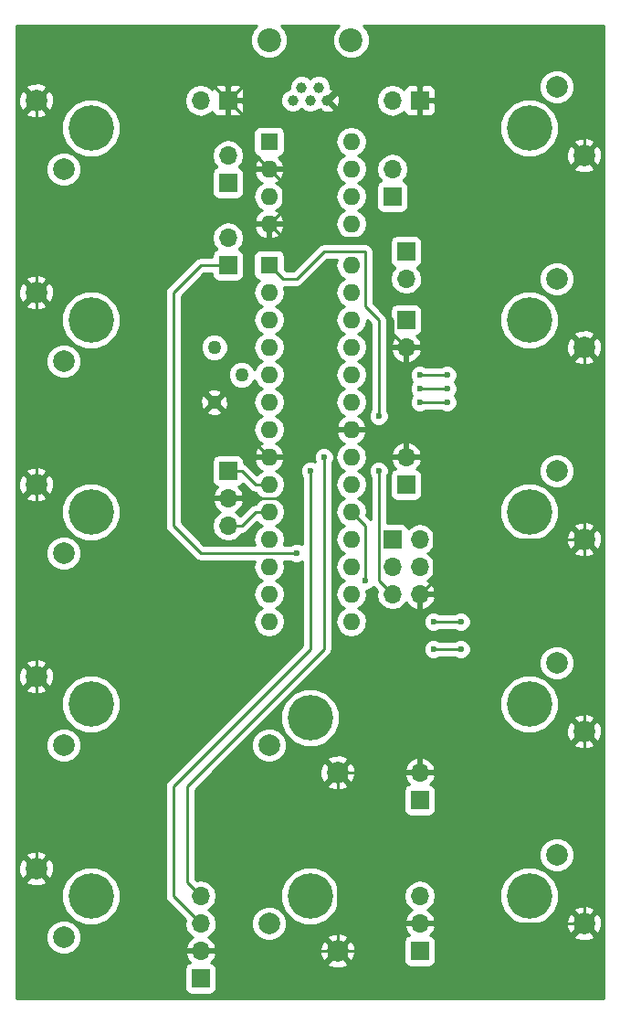
<source format=gtl>
G04 #@! TF.FileFunction,Copper,L1,Top,Signal*
%FSLAX46Y46*%
G04 Gerber Fmt 4.6, Leading zero omitted, Abs format (unit mm)*
G04 Created by KiCad (PCBNEW 4.0.1-stable) date 2019/01/29 0:04:04*
%MOMM*%
G01*
G04 APERTURE LIST*
%ADD10C,0.100000*%
%ADD11R,1.600000X1.600000*%
%ADD12O,1.600000X1.600000*%
%ADD13R,1.700000X1.700000*%
%ADD14O,1.700000X1.700000*%
%ADD15C,2.000000*%
%ADD16C,4.200000*%
%ADD17C,1.000000*%
%ADD18C,2.200000*%
%ADD19C,1.260000*%
%ADD20C,0.600000*%
%ADD21C,0.250000*%
%ADD22C,0.254000*%
G04 APERTURE END LIST*
D10*
D11*
X106680000Y-87630000D03*
D12*
X114300000Y-120650000D03*
X106680000Y-90170000D03*
X114300000Y-118110000D03*
X106680000Y-92710000D03*
X114300000Y-115570000D03*
X106680000Y-95250000D03*
X114300000Y-113030000D03*
X106680000Y-97790000D03*
X114300000Y-110490000D03*
X106680000Y-100330000D03*
X114300000Y-107950000D03*
X106680000Y-102870000D03*
X114300000Y-105410000D03*
X106680000Y-105410000D03*
X114300000Y-102870000D03*
X106680000Y-107950000D03*
X114300000Y-100330000D03*
X106680000Y-110490000D03*
X114300000Y-97790000D03*
X106680000Y-113030000D03*
X114300000Y-95250000D03*
X106680000Y-115570000D03*
X114300000Y-92710000D03*
X106680000Y-118110000D03*
X114300000Y-90170000D03*
X106680000Y-120650000D03*
X114300000Y-87630000D03*
D13*
X118110000Y-113030000D03*
D14*
X120650000Y-113030000D03*
X118110000Y-115570000D03*
X120650000Y-115570000D03*
X118110000Y-118110000D03*
X120650000Y-118110000D03*
D13*
X102870000Y-106680000D03*
D14*
X102870000Y-109220000D03*
X102870000Y-111760000D03*
D13*
X100330000Y-153670000D03*
D14*
X100330000Y-151130000D03*
X100330000Y-148590000D03*
X100330000Y-146050000D03*
D13*
X120650000Y-72390000D03*
D14*
X118110000Y-72390000D03*
D13*
X102870000Y-87630000D03*
D14*
X102870000Y-85090000D03*
D13*
X118110000Y-81280000D03*
D14*
X118110000Y-78740000D03*
D13*
X102870000Y-72390000D03*
D14*
X100330000Y-72390000D03*
D13*
X120650000Y-151130000D03*
D14*
X120650000Y-148590000D03*
X120650000Y-146050000D03*
D13*
X119380000Y-92710000D03*
D14*
X119380000Y-95250000D03*
D15*
X87630000Y-78740000D03*
X85090000Y-72390000D03*
D16*
X90170000Y-74930000D03*
D15*
X87630000Y-96520000D03*
X85090000Y-90170000D03*
D16*
X90170000Y-92710000D03*
D15*
X87630000Y-114300000D03*
X85090000Y-107950000D03*
D16*
X90170000Y-110490000D03*
D15*
X87630000Y-132080000D03*
X85090000Y-125730000D03*
D16*
X90170000Y-128270000D03*
D15*
X87630000Y-149860000D03*
X85090000Y-143510000D03*
D16*
X90170000Y-146050000D03*
D15*
X133350000Y-142240000D03*
X135890000Y-148590000D03*
D16*
X130810000Y-146050000D03*
D15*
X106680000Y-132080000D03*
X113030000Y-134620000D03*
D16*
X110490000Y-129540000D03*
D15*
X106680000Y-148590000D03*
X113030000Y-151130000D03*
D16*
X110490000Y-146050000D03*
D15*
X133350000Y-124460000D03*
X135890000Y-130810000D03*
D16*
X130810000Y-128270000D03*
D15*
X133350000Y-106680000D03*
X135890000Y-113030000D03*
D16*
X130810000Y-110490000D03*
D15*
X133350000Y-88900000D03*
X135890000Y-95250000D03*
D16*
X130810000Y-92710000D03*
D15*
X133350000Y-71120000D03*
X135890000Y-77470000D03*
D16*
X130810000Y-74930000D03*
D13*
X119380000Y-107950000D03*
D14*
X119380000Y-105410000D03*
D13*
X119380000Y-86360000D03*
D14*
X119380000Y-88900000D03*
D13*
X102870000Y-80010000D03*
D14*
X102870000Y-77470000D03*
D11*
X106680000Y-76200000D03*
D12*
X114300000Y-83820000D03*
X106680000Y-78740000D03*
X114300000Y-81280000D03*
X106680000Y-81280000D03*
X114300000Y-78740000D03*
X106680000Y-83820000D03*
X114300000Y-76200000D03*
D13*
X120650000Y-137160000D03*
D14*
X120650000Y-134620000D03*
D17*
X110490000Y-72390000D03*
X108890000Y-72390000D03*
X112090000Y-72390000D03*
X111290000Y-71190000D03*
X109690000Y-71190000D03*
D18*
X106690000Y-66790000D03*
X114290000Y-66790000D03*
D19*
X101600000Y-95250000D03*
X104140000Y-97790000D03*
X101600000Y-100330000D03*
D20*
X116840000Y-101600000D03*
X116840000Y-106680000D03*
X124460000Y-123190000D03*
X121920000Y-123190000D03*
X124460000Y-120650000D03*
X121920000Y-120650000D03*
X109220000Y-114300000D03*
X115570000Y-116840000D03*
X123190000Y-100330000D03*
X120650000Y-100330000D03*
X123190000Y-99060000D03*
X120650000Y-99060000D03*
X123190000Y-97790000D03*
X120650000Y-97790000D03*
X111760000Y-105410000D03*
X110490000Y-106680000D03*
D21*
X118110000Y-118110000D02*
X116840000Y-116840000D01*
X107950000Y-88900000D02*
X106680000Y-87630000D01*
X109220000Y-88900000D02*
X107950000Y-88900000D01*
X111760000Y-86360000D02*
X109220000Y-88900000D01*
X115570000Y-86360000D02*
X111760000Y-86360000D01*
X115570000Y-91440000D02*
X115570000Y-86360000D01*
X116840000Y-106680000D02*
X116840000Y-116840000D01*
X116840000Y-101600000D02*
X116840000Y-92710000D01*
X116840000Y-92710000D02*
X115570000Y-91440000D01*
X121920000Y-123190000D02*
X124460000Y-123190000D01*
X121920000Y-120650000D02*
X124460000Y-120650000D01*
X102870000Y-87630000D02*
X100330000Y-87630000D01*
X100330000Y-114300000D02*
X109220000Y-114300000D01*
X97790000Y-111760000D02*
X100330000Y-114300000D01*
X97790000Y-90170000D02*
X97790000Y-111760000D01*
X100330000Y-87630000D02*
X97790000Y-90170000D01*
X115570000Y-111760000D02*
X114300000Y-110490000D01*
X115570000Y-116840000D02*
X115570000Y-111760000D01*
X120650000Y-100330000D02*
X123190000Y-100330000D01*
X120650000Y-99060000D02*
X123190000Y-99060000D01*
X120650000Y-97790000D02*
X123190000Y-97790000D01*
X99060000Y-144780000D02*
X100330000Y-146050000D01*
X99060000Y-135890000D02*
X99060000Y-144780000D01*
X111760000Y-123190000D02*
X99060000Y-135890000D01*
X111760000Y-105410000D02*
X111760000Y-123190000D01*
X97790000Y-146050000D02*
X100330000Y-148590000D01*
X97790000Y-135890000D02*
X97790000Y-146050000D01*
X102870000Y-130810000D02*
X97790000Y-135890000D01*
X110490000Y-123190000D02*
X102870000Y-130810000D01*
X110490000Y-106680000D02*
X110490000Y-123190000D01*
X120650000Y-134620000D02*
X113030000Y-134620000D01*
X101600000Y-100330000D02*
X106680000Y-105410000D01*
X135890000Y-113030000D02*
X135890000Y-95250000D01*
X135890000Y-130810000D02*
X135890000Y-113030000D01*
X135890000Y-148590000D02*
X135890000Y-130810000D01*
X85090000Y-90170000D02*
X85090000Y-72390000D01*
X85090000Y-107950000D02*
X85090000Y-90170000D01*
X85090000Y-125730000D02*
X85090000Y-107950000D01*
X85090000Y-143510000D02*
X85090000Y-125730000D01*
X106680000Y-105410000D02*
X109220000Y-105410000D01*
X109220000Y-105410000D02*
X111760000Y-102870000D01*
X111760000Y-102870000D02*
X114300000Y-102870000D01*
X102870000Y-109220000D02*
X107950000Y-109220000D01*
X107950000Y-109220000D02*
X109220000Y-107950000D01*
X109220000Y-107950000D02*
X109220000Y-105410000D01*
X102870000Y-72390000D02*
X104140000Y-73660000D01*
X104140000Y-76200000D02*
X106680000Y-78740000D01*
X104140000Y-73660000D02*
X104140000Y-76200000D01*
X102870000Y-72390000D02*
X105410000Y-69850000D01*
X105410000Y-69850000D02*
X113030000Y-69850000D01*
X85090000Y-72390000D02*
X87630000Y-69850000D01*
X87630000Y-69850000D02*
X100330000Y-69850000D01*
X100330000Y-69850000D02*
X102870000Y-72390000D01*
X119380000Y-95250000D02*
X118110000Y-93980000D01*
X107950000Y-85090000D02*
X106680000Y-83820000D01*
X115570000Y-85090000D02*
X107950000Y-85090000D01*
X116840000Y-86360000D02*
X115570000Y-85090000D01*
X116840000Y-91440000D02*
X116840000Y-86360000D01*
X118110000Y-92710000D02*
X116840000Y-91440000D01*
X118110000Y-93980000D02*
X118110000Y-92710000D01*
X135890000Y-113030000D02*
X128270000Y-113030000D01*
X128270000Y-113030000D02*
X121920000Y-106680000D01*
X113030000Y-151130000D02*
X113030000Y-134620000D01*
X100330000Y-151130000D02*
X113030000Y-151130000D01*
X113030000Y-151130000D02*
X115570000Y-151130000D01*
X118110000Y-148590000D02*
X120650000Y-148590000D01*
X115570000Y-151130000D02*
X118110000Y-148590000D01*
X120650000Y-148590000D02*
X135890000Y-148590000D01*
X113030000Y-69850000D02*
X113030000Y-71120000D01*
X113030000Y-71120000D02*
X112090000Y-72060000D01*
X112090000Y-72060000D02*
X112090000Y-72390000D01*
X120650000Y-72390000D02*
X124460000Y-72390000D01*
X135890000Y-69850000D02*
X135890000Y-77470000D01*
X134620000Y-68580000D02*
X135890000Y-69850000D01*
X128270000Y-68580000D02*
X134620000Y-68580000D01*
X124460000Y-72390000D02*
X128270000Y-68580000D01*
X113030000Y-69850000D02*
X119380000Y-69850000D01*
X120650000Y-71120000D02*
X120650000Y-72390000D01*
X119380000Y-69850000D02*
X120650000Y-71120000D01*
X106680000Y-78740000D02*
X107950000Y-80010000D01*
X107950000Y-82550000D02*
X106680000Y-83820000D01*
X107950000Y-80010000D02*
X107950000Y-82550000D01*
X119380000Y-105410000D02*
X120650000Y-105410000D01*
X120650000Y-105410000D02*
X121920000Y-106680000D01*
X121920000Y-116840000D02*
X120650000Y-118110000D01*
X121920000Y-106680000D02*
X121920000Y-116840000D01*
X118110000Y-102870000D02*
X119380000Y-104140000D01*
X114300000Y-102870000D02*
X118110000Y-102870000D01*
X119380000Y-104140000D02*
X119380000Y-105410000D01*
X102870000Y-106680000D02*
X104140000Y-106680000D01*
X105410000Y-107950000D02*
X106680000Y-107950000D01*
X104140000Y-106680000D02*
X105410000Y-107950000D01*
X102870000Y-111760000D02*
X104140000Y-111760000D01*
X105410000Y-110490000D02*
X106680000Y-110490000D01*
X104140000Y-111760000D02*
X105410000Y-110490000D01*
D22*
G36*
X105219996Y-65805918D02*
X104955301Y-66443373D01*
X104954699Y-67133599D01*
X105218281Y-67771515D01*
X105705918Y-68260004D01*
X106343373Y-68524699D01*
X107033599Y-68525301D01*
X107671515Y-68261719D01*
X108160004Y-67774082D01*
X108424699Y-67136627D01*
X108425301Y-66446401D01*
X108161719Y-65808485D01*
X107808851Y-65455000D01*
X113171527Y-65455000D01*
X112819996Y-65805918D01*
X112555301Y-66443373D01*
X112554699Y-67133599D01*
X112818281Y-67771515D01*
X113305918Y-68260004D01*
X113943373Y-68524699D01*
X114633599Y-68525301D01*
X115271515Y-68261719D01*
X115760004Y-67774082D01*
X116024699Y-67136627D01*
X116025301Y-66446401D01*
X115761719Y-65808485D01*
X115408851Y-65455000D01*
X137745000Y-65455000D01*
X137745000Y-155525000D01*
X83235000Y-155525000D01*
X83235000Y-152820000D01*
X98832560Y-152820000D01*
X98832560Y-154520000D01*
X98876838Y-154755317D01*
X99015910Y-154971441D01*
X99228110Y-155116431D01*
X99480000Y-155167440D01*
X101180000Y-155167440D01*
X101415317Y-155123162D01*
X101631441Y-154984090D01*
X101776431Y-154771890D01*
X101827440Y-154520000D01*
X101827440Y-152820000D01*
X101783162Y-152584683D01*
X101644090Y-152368559D01*
X101518186Y-152282532D01*
X112057073Y-152282532D01*
X112155736Y-152549387D01*
X112765461Y-152775908D01*
X113415460Y-152751856D01*
X113904264Y-152549387D01*
X114002927Y-152282532D01*
X113030000Y-151309605D01*
X112057073Y-152282532D01*
X101518186Y-152282532D01*
X101431890Y-152223569D01*
X101323893Y-152201699D01*
X101601645Y-151896924D01*
X101771476Y-151486890D01*
X101650155Y-151257000D01*
X100457000Y-151257000D01*
X100457000Y-151277000D01*
X100203000Y-151277000D01*
X100203000Y-151257000D01*
X99009845Y-151257000D01*
X98888524Y-151486890D01*
X99058355Y-151896924D01*
X99334501Y-152199937D01*
X99244683Y-152216838D01*
X99028559Y-152355910D01*
X98883569Y-152568110D01*
X98832560Y-152820000D01*
X83235000Y-152820000D01*
X83235000Y-150183795D01*
X85994716Y-150183795D01*
X86243106Y-150784943D01*
X86702637Y-151245278D01*
X87303352Y-151494716D01*
X87953795Y-151495284D01*
X88554943Y-151246894D01*
X89015278Y-150787363D01*
X89264716Y-150186648D01*
X89265284Y-149536205D01*
X89016894Y-148935057D01*
X88557363Y-148474722D01*
X87956648Y-148225284D01*
X87306205Y-148224716D01*
X86705057Y-148473106D01*
X86244722Y-148932637D01*
X85995284Y-149533352D01*
X85994716Y-150183795D01*
X83235000Y-150183795D01*
X83235000Y-146591638D01*
X87434526Y-146591638D01*
X87850028Y-147597229D01*
X88618724Y-148367268D01*
X89623588Y-148784524D01*
X90711638Y-148785474D01*
X91717229Y-148369972D01*
X92487268Y-147601276D01*
X92904524Y-146596412D01*
X92905474Y-145508362D01*
X92489972Y-144502771D01*
X91721276Y-143732732D01*
X90716412Y-143315476D01*
X89628362Y-143314526D01*
X88622771Y-143730028D01*
X87852732Y-144498724D01*
X87435476Y-145503588D01*
X87434526Y-146591638D01*
X83235000Y-146591638D01*
X83235000Y-144662532D01*
X84117073Y-144662532D01*
X84215736Y-144929387D01*
X84825461Y-145155908D01*
X85475460Y-145131856D01*
X85964264Y-144929387D01*
X86062927Y-144662532D01*
X85090000Y-143689605D01*
X84117073Y-144662532D01*
X83235000Y-144662532D01*
X83235000Y-143245461D01*
X83444092Y-143245461D01*
X83468144Y-143895460D01*
X83670613Y-144384264D01*
X83937468Y-144482927D01*
X84910395Y-143510000D01*
X85269605Y-143510000D01*
X86242532Y-144482927D01*
X86509387Y-144384264D01*
X86735908Y-143774539D01*
X86711856Y-143124540D01*
X86509387Y-142635736D01*
X86242532Y-142537073D01*
X85269605Y-143510000D01*
X84910395Y-143510000D01*
X83937468Y-142537073D01*
X83670613Y-142635736D01*
X83444092Y-143245461D01*
X83235000Y-143245461D01*
X83235000Y-142357468D01*
X84117073Y-142357468D01*
X85090000Y-143330395D01*
X86062927Y-142357468D01*
X85964264Y-142090613D01*
X85354539Y-141864092D01*
X84704540Y-141888144D01*
X84215736Y-142090613D01*
X84117073Y-142357468D01*
X83235000Y-142357468D01*
X83235000Y-132403795D01*
X85994716Y-132403795D01*
X86243106Y-133004943D01*
X86702637Y-133465278D01*
X87303352Y-133714716D01*
X87953795Y-133715284D01*
X88554943Y-133466894D01*
X89015278Y-133007363D01*
X89264716Y-132406648D01*
X89265284Y-131756205D01*
X89016894Y-131155057D01*
X88557363Y-130694722D01*
X87956648Y-130445284D01*
X87306205Y-130444716D01*
X86705057Y-130693106D01*
X86244722Y-131152637D01*
X85995284Y-131753352D01*
X85994716Y-132403795D01*
X83235000Y-132403795D01*
X83235000Y-128811638D01*
X87434526Y-128811638D01*
X87850028Y-129817229D01*
X88618724Y-130587268D01*
X89623588Y-131004524D01*
X90711638Y-131005474D01*
X91717229Y-130589972D01*
X92487268Y-129821276D01*
X92904524Y-128816412D01*
X92905474Y-127728362D01*
X92489972Y-126722771D01*
X91721276Y-125952732D01*
X90716412Y-125535476D01*
X89628362Y-125534526D01*
X88622771Y-125950028D01*
X87852732Y-126718724D01*
X87435476Y-127723588D01*
X87434526Y-128811638D01*
X83235000Y-128811638D01*
X83235000Y-126882532D01*
X84117073Y-126882532D01*
X84215736Y-127149387D01*
X84825461Y-127375908D01*
X85475460Y-127351856D01*
X85964264Y-127149387D01*
X86062927Y-126882532D01*
X85090000Y-125909605D01*
X84117073Y-126882532D01*
X83235000Y-126882532D01*
X83235000Y-125465461D01*
X83444092Y-125465461D01*
X83468144Y-126115460D01*
X83670613Y-126604264D01*
X83937468Y-126702927D01*
X84910395Y-125730000D01*
X85269605Y-125730000D01*
X86242532Y-126702927D01*
X86509387Y-126604264D01*
X86735908Y-125994539D01*
X86711856Y-125344540D01*
X86509387Y-124855736D01*
X86242532Y-124757073D01*
X85269605Y-125730000D01*
X84910395Y-125730000D01*
X83937468Y-124757073D01*
X83670613Y-124855736D01*
X83444092Y-125465461D01*
X83235000Y-125465461D01*
X83235000Y-124577468D01*
X84117073Y-124577468D01*
X85090000Y-125550395D01*
X86062927Y-124577468D01*
X85964264Y-124310613D01*
X85354539Y-124084092D01*
X84704540Y-124108144D01*
X84215736Y-124310613D01*
X84117073Y-124577468D01*
X83235000Y-124577468D01*
X83235000Y-114623795D01*
X85994716Y-114623795D01*
X86243106Y-115224943D01*
X86702637Y-115685278D01*
X87303352Y-115934716D01*
X87953795Y-115935284D01*
X88554943Y-115686894D01*
X89015278Y-115227363D01*
X89264716Y-114626648D01*
X89265284Y-113976205D01*
X89016894Y-113375057D01*
X88557363Y-112914722D01*
X87956648Y-112665284D01*
X87306205Y-112664716D01*
X86705057Y-112913106D01*
X86244722Y-113372637D01*
X85995284Y-113973352D01*
X85994716Y-114623795D01*
X83235000Y-114623795D01*
X83235000Y-111031638D01*
X87434526Y-111031638D01*
X87850028Y-112037229D01*
X88618724Y-112807268D01*
X89623588Y-113224524D01*
X90711638Y-113225474D01*
X91717229Y-112809972D01*
X92487268Y-112041276D01*
X92904524Y-111036412D01*
X92905474Y-109948362D01*
X92489972Y-108942771D01*
X91721276Y-108172732D01*
X90716412Y-107755476D01*
X89628362Y-107754526D01*
X88622771Y-108170028D01*
X87852732Y-108938724D01*
X87435476Y-109943588D01*
X87434526Y-111031638D01*
X83235000Y-111031638D01*
X83235000Y-109102532D01*
X84117073Y-109102532D01*
X84215736Y-109369387D01*
X84825461Y-109595908D01*
X85475460Y-109571856D01*
X85964264Y-109369387D01*
X86062927Y-109102532D01*
X85090000Y-108129605D01*
X84117073Y-109102532D01*
X83235000Y-109102532D01*
X83235000Y-107685461D01*
X83444092Y-107685461D01*
X83468144Y-108335460D01*
X83670613Y-108824264D01*
X83937468Y-108922927D01*
X84910395Y-107950000D01*
X85269605Y-107950000D01*
X86242532Y-108922927D01*
X86509387Y-108824264D01*
X86735908Y-108214539D01*
X86711856Y-107564540D01*
X86509387Y-107075736D01*
X86242532Y-106977073D01*
X85269605Y-107950000D01*
X84910395Y-107950000D01*
X83937468Y-106977073D01*
X83670613Y-107075736D01*
X83444092Y-107685461D01*
X83235000Y-107685461D01*
X83235000Y-106797468D01*
X84117073Y-106797468D01*
X85090000Y-107770395D01*
X86062927Y-106797468D01*
X85964264Y-106530613D01*
X85354539Y-106304092D01*
X84704540Y-106328144D01*
X84215736Y-106530613D01*
X84117073Y-106797468D01*
X83235000Y-106797468D01*
X83235000Y-96843795D01*
X85994716Y-96843795D01*
X86243106Y-97444943D01*
X86702637Y-97905278D01*
X87303352Y-98154716D01*
X87953795Y-98155284D01*
X88554943Y-97906894D01*
X89015278Y-97447363D01*
X89264716Y-96846648D01*
X89265284Y-96196205D01*
X89016894Y-95595057D01*
X88557363Y-95134722D01*
X87956648Y-94885284D01*
X87306205Y-94884716D01*
X86705057Y-95133106D01*
X86244722Y-95592637D01*
X85995284Y-96193352D01*
X85994716Y-96843795D01*
X83235000Y-96843795D01*
X83235000Y-93251638D01*
X87434526Y-93251638D01*
X87850028Y-94257229D01*
X88618724Y-95027268D01*
X89623588Y-95444524D01*
X90711638Y-95445474D01*
X91717229Y-95029972D01*
X92487268Y-94261276D01*
X92904524Y-93256412D01*
X92905474Y-92168362D01*
X92489972Y-91162771D01*
X91721276Y-90392732D01*
X91184878Y-90170000D01*
X97030000Y-90170000D01*
X97030000Y-111760000D01*
X97087852Y-112050839D01*
X97252599Y-112297401D01*
X99792599Y-114837401D01*
X100039160Y-115002148D01*
X100087414Y-115011746D01*
X100330000Y-115060000D01*
X105318332Y-115060000D01*
X105216887Y-115570000D01*
X105326120Y-116119151D01*
X105637189Y-116584698D01*
X106019275Y-116840000D01*
X105637189Y-117095302D01*
X105326120Y-117560849D01*
X105216887Y-118110000D01*
X105326120Y-118659151D01*
X105637189Y-119124698D01*
X106019275Y-119380000D01*
X105637189Y-119635302D01*
X105326120Y-120100849D01*
X105216887Y-120650000D01*
X105326120Y-121199151D01*
X105637189Y-121664698D01*
X106102736Y-121975767D01*
X106651887Y-122085000D01*
X106708113Y-122085000D01*
X107257264Y-121975767D01*
X107722811Y-121664698D01*
X108033880Y-121199151D01*
X108143113Y-120650000D01*
X108033880Y-120100849D01*
X107722811Y-119635302D01*
X107340725Y-119380000D01*
X107722811Y-119124698D01*
X108033880Y-118659151D01*
X108143113Y-118110000D01*
X108033880Y-117560849D01*
X107722811Y-117095302D01*
X107340725Y-116840000D01*
X107722811Y-116584698D01*
X108033880Y-116119151D01*
X108143113Y-115570000D01*
X108041668Y-115060000D01*
X108657537Y-115060000D01*
X108689673Y-115092192D01*
X109033201Y-115234838D01*
X109405167Y-115235162D01*
X109730000Y-115100944D01*
X109730000Y-122875198D01*
X97252599Y-135352599D01*
X97087852Y-135599161D01*
X97030000Y-135890000D01*
X97030000Y-146050000D01*
X97087852Y-146340839D01*
X97252599Y-146587401D01*
X98888790Y-148223592D01*
X98815907Y-148590000D01*
X98928946Y-149158285D01*
X99250853Y-149640054D01*
X99591553Y-149867702D01*
X99448642Y-149934817D01*
X99058355Y-150363076D01*
X98888524Y-150773110D01*
X99009845Y-151003000D01*
X100203000Y-151003000D01*
X100203000Y-150983000D01*
X100457000Y-150983000D01*
X100457000Y-151003000D01*
X101650155Y-151003000D01*
X101722739Y-150865461D01*
X111384092Y-150865461D01*
X111408144Y-151515460D01*
X111610613Y-152004264D01*
X111877468Y-152102927D01*
X112850395Y-151130000D01*
X113209605Y-151130000D01*
X114182532Y-152102927D01*
X114449387Y-152004264D01*
X114675908Y-151394539D01*
X114651856Y-150744540D01*
X114459438Y-150280000D01*
X119152560Y-150280000D01*
X119152560Y-151980000D01*
X119196838Y-152215317D01*
X119335910Y-152431441D01*
X119548110Y-152576431D01*
X119800000Y-152627440D01*
X121500000Y-152627440D01*
X121735317Y-152583162D01*
X121951441Y-152444090D01*
X122096431Y-152231890D01*
X122147440Y-151980000D01*
X122147440Y-150280000D01*
X122103162Y-150044683D01*
X121964090Y-149828559D01*
X121838186Y-149742532D01*
X134917073Y-149742532D01*
X135015736Y-150009387D01*
X135625461Y-150235908D01*
X136275460Y-150211856D01*
X136764264Y-150009387D01*
X136862927Y-149742532D01*
X135890000Y-148769605D01*
X134917073Y-149742532D01*
X121838186Y-149742532D01*
X121751890Y-149683569D01*
X121643893Y-149661699D01*
X121921645Y-149356924D01*
X122091476Y-148946890D01*
X121970155Y-148717000D01*
X120777000Y-148717000D01*
X120777000Y-148737000D01*
X120523000Y-148737000D01*
X120523000Y-148717000D01*
X119329845Y-148717000D01*
X119208524Y-148946890D01*
X119378355Y-149356924D01*
X119654501Y-149659937D01*
X119564683Y-149676838D01*
X119348559Y-149815910D01*
X119203569Y-150028110D01*
X119152560Y-150280000D01*
X114459438Y-150280000D01*
X114449387Y-150255736D01*
X114182532Y-150157073D01*
X113209605Y-151130000D01*
X112850395Y-151130000D01*
X111877468Y-150157073D01*
X111610613Y-150255736D01*
X111384092Y-150865461D01*
X101722739Y-150865461D01*
X101771476Y-150773110D01*
X101601645Y-150363076D01*
X101211358Y-149934817D01*
X101068447Y-149867702D01*
X101409147Y-149640054D01*
X101731054Y-149158285D01*
X101779686Y-148913795D01*
X105044716Y-148913795D01*
X105293106Y-149514943D01*
X105752637Y-149975278D01*
X106353352Y-150224716D01*
X107003795Y-150225284D01*
X107603553Y-149977468D01*
X112057073Y-149977468D01*
X113030000Y-150950395D01*
X114002927Y-149977468D01*
X113904264Y-149710613D01*
X113294539Y-149484092D01*
X112644540Y-149508144D01*
X112155736Y-149710613D01*
X112057073Y-149977468D01*
X107603553Y-149977468D01*
X107604943Y-149976894D01*
X108065278Y-149517363D01*
X108314716Y-148916648D01*
X108315284Y-148266205D01*
X108066894Y-147665057D01*
X107607363Y-147204722D01*
X107006648Y-146955284D01*
X106356205Y-146954716D01*
X105755057Y-147203106D01*
X105294722Y-147662637D01*
X105045284Y-148263352D01*
X105044716Y-148913795D01*
X101779686Y-148913795D01*
X101844093Y-148590000D01*
X101731054Y-148021715D01*
X101409147Y-147539946D01*
X101079974Y-147320000D01*
X101409147Y-147100054D01*
X101731054Y-146618285D01*
X101736354Y-146591638D01*
X107754526Y-146591638D01*
X108170028Y-147597229D01*
X108938724Y-148367268D01*
X109943588Y-148784524D01*
X111031638Y-148785474D01*
X112037229Y-148369972D01*
X112807268Y-147601276D01*
X113224524Y-146596412D01*
X113225001Y-146050000D01*
X119135907Y-146050000D01*
X119248946Y-146618285D01*
X119570853Y-147100054D01*
X119911553Y-147327702D01*
X119768642Y-147394817D01*
X119378355Y-147823076D01*
X119208524Y-148233110D01*
X119329845Y-148463000D01*
X120523000Y-148463000D01*
X120523000Y-148443000D01*
X120777000Y-148443000D01*
X120777000Y-148463000D01*
X121970155Y-148463000D01*
X122091476Y-148233110D01*
X121921645Y-147823076D01*
X121531358Y-147394817D01*
X121388447Y-147327702D01*
X121729147Y-147100054D01*
X122051054Y-146618285D01*
X122056354Y-146591638D01*
X128074526Y-146591638D01*
X128490028Y-147597229D01*
X129258724Y-148367268D01*
X130263588Y-148784524D01*
X131351638Y-148785474D01*
X132357229Y-148369972D01*
X132401817Y-148325461D01*
X134244092Y-148325461D01*
X134268144Y-148975460D01*
X134470613Y-149464264D01*
X134737468Y-149562927D01*
X135710395Y-148590000D01*
X136069605Y-148590000D01*
X137042532Y-149562927D01*
X137309387Y-149464264D01*
X137535908Y-148854539D01*
X137511856Y-148204540D01*
X137309387Y-147715736D01*
X137042532Y-147617073D01*
X136069605Y-148590000D01*
X135710395Y-148590000D01*
X134737468Y-147617073D01*
X134470613Y-147715736D01*
X134244092Y-148325461D01*
X132401817Y-148325461D01*
X133127268Y-147601276D01*
X133195287Y-147437468D01*
X134917073Y-147437468D01*
X135890000Y-148410395D01*
X136862927Y-147437468D01*
X136764264Y-147170613D01*
X136154539Y-146944092D01*
X135504540Y-146968144D01*
X135015736Y-147170613D01*
X134917073Y-147437468D01*
X133195287Y-147437468D01*
X133544524Y-146596412D01*
X133545474Y-145508362D01*
X133129972Y-144502771D01*
X132361276Y-143732732D01*
X131356412Y-143315476D01*
X130268362Y-143314526D01*
X129262771Y-143730028D01*
X128492732Y-144498724D01*
X128075476Y-145503588D01*
X128074526Y-146591638D01*
X122056354Y-146591638D01*
X122164093Y-146050000D01*
X122051054Y-145481715D01*
X121729147Y-144999946D01*
X121247378Y-144678039D01*
X120679093Y-144565000D01*
X120620907Y-144565000D01*
X120052622Y-144678039D01*
X119570853Y-144999946D01*
X119248946Y-145481715D01*
X119135907Y-146050000D01*
X113225001Y-146050000D01*
X113225474Y-145508362D01*
X112809972Y-144502771D01*
X112041276Y-143732732D01*
X111036412Y-143315476D01*
X109948362Y-143314526D01*
X108942771Y-143730028D01*
X108172732Y-144498724D01*
X107755476Y-145503588D01*
X107754526Y-146591638D01*
X101736354Y-146591638D01*
X101844093Y-146050000D01*
X101731054Y-145481715D01*
X101409147Y-144999946D01*
X100927378Y-144678039D01*
X100359093Y-144565000D01*
X100300907Y-144565000D01*
X99983031Y-144628229D01*
X99820000Y-144465198D01*
X99820000Y-142563795D01*
X131714716Y-142563795D01*
X131963106Y-143164943D01*
X132422637Y-143625278D01*
X133023352Y-143874716D01*
X133673795Y-143875284D01*
X134274943Y-143626894D01*
X134735278Y-143167363D01*
X134984716Y-142566648D01*
X134985284Y-141916205D01*
X134736894Y-141315057D01*
X134277363Y-140854722D01*
X133676648Y-140605284D01*
X133026205Y-140604716D01*
X132425057Y-140853106D01*
X131964722Y-141312637D01*
X131715284Y-141913352D01*
X131714716Y-142563795D01*
X99820000Y-142563795D01*
X99820000Y-136310000D01*
X119152560Y-136310000D01*
X119152560Y-138010000D01*
X119196838Y-138245317D01*
X119335910Y-138461441D01*
X119548110Y-138606431D01*
X119800000Y-138657440D01*
X121500000Y-138657440D01*
X121735317Y-138613162D01*
X121951441Y-138474090D01*
X122096431Y-138261890D01*
X122147440Y-138010000D01*
X122147440Y-136310000D01*
X122103162Y-136074683D01*
X121964090Y-135858559D01*
X121751890Y-135713569D01*
X121643893Y-135691699D01*
X121921645Y-135386924D01*
X122091476Y-134976890D01*
X121970155Y-134747000D01*
X120777000Y-134747000D01*
X120777000Y-134767000D01*
X120523000Y-134767000D01*
X120523000Y-134747000D01*
X119329845Y-134747000D01*
X119208524Y-134976890D01*
X119378355Y-135386924D01*
X119654501Y-135689937D01*
X119564683Y-135706838D01*
X119348559Y-135845910D01*
X119203569Y-136058110D01*
X119152560Y-136310000D01*
X99820000Y-136310000D01*
X99820000Y-136204802D01*
X100252270Y-135772532D01*
X112057073Y-135772532D01*
X112155736Y-136039387D01*
X112765461Y-136265908D01*
X113415460Y-136241856D01*
X113904264Y-136039387D01*
X114002927Y-135772532D01*
X113030000Y-134799605D01*
X112057073Y-135772532D01*
X100252270Y-135772532D01*
X101669341Y-134355461D01*
X111384092Y-134355461D01*
X111408144Y-135005460D01*
X111610613Y-135494264D01*
X111877468Y-135592927D01*
X112850395Y-134620000D01*
X113209605Y-134620000D01*
X114182532Y-135592927D01*
X114449387Y-135494264D01*
X114675908Y-134884539D01*
X114652914Y-134263110D01*
X119208524Y-134263110D01*
X119329845Y-134493000D01*
X120523000Y-134493000D01*
X120523000Y-133299181D01*
X120777000Y-133299181D01*
X120777000Y-134493000D01*
X121970155Y-134493000D01*
X122091476Y-134263110D01*
X121921645Y-133853076D01*
X121531358Y-133424817D01*
X121006892Y-133178514D01*
X120777000Y-133299181D01*
X120523000Y-133299181D01*
X120293108Y-133178514D01*
X119768642Y-133424817D01*
X119378355Y-133853076D01*
X119208524Y-134263110D01*
X114652914Y-134263110D01*
X114651856Y-134234540D01*
X114449387Y-133745736D01*
X114182532Y-133647073D01*
X113209605Y-134620000D01*
X112850395Y-134620000D01*
X111877468Y-133647073D01*
X111610613Y-133745736D01*
X111384092Y-134355461D01*
X101669341Y-134355461D01*
X103621007Y-132403795D01*
X105044716Y-132403795D01*
X105293106Y-133004943D01*
X105752637Y-133465278D01*
X106353352Y-133714716D01*
X107003795Y-133715284D01*
X107603553Y-133467468D01*
X112057073Y-133467468D01*
X113030000Y-134440395D01*
X114002927Y-133467468D01*
X113904264Y-133200613D01*
X113294539Y-132974092D01*
X112644540Y-132998144D01*
X112155736Y-133200613D01*
X112057073Y-133467468D01*
X107603553Y-133467468D01*
X107604943Y-133466894D01*
X108065278Y-133007363D01*
X108314716Y-132406648D01*
X108315284Y-131756205D01*
X108066894Y-131155057D01*
X107607363Y-130694722D01*
X107006648Y-130445284D01*
X106356205Y-130444716D01*
X105755057Y-130693106D01*
X105294722Y-131152637D01*
X105045284Y-131753352D01*
X105044716Y-132403795D01*
X103621007Y-132403795D01*
X105943164Y-130081638D01*
X107754526Y-130081638D01*
X108170028Y-131087229D01*
X108938724Y-131857268D01*
X109943588Y-132274524D01*
X111031638Y-132275474D01*
X111789015Y-131962532D01*
X134917073Y-131962532D01*
X135015736Y-132229387D01*
X135625461Y-132455908D01*
X136275460Y-132431856D01*
X136764264Y-132229387D01*
X136862927Y-131962532D01*
X135890000Y-130989605D01*
X134917073Y-131962532D01*
X111789015Y-131962532D01*
X112037229Y-131859972D01*
X112807268Y-131091276D01*
X113224524Y-130086412D01*
X113225474Y-128998362D01*
X113148322Y-128811638D01*
X128074526Y-128811638D01*
X128490028Y-129817229D01*
X129258724Y-130587268D01*
X130263588Y-131004524D01*
X131351638Y-131005474D01*
X132357229Y-130589972D01*
X132401817Y-130545461D01*
X134244092Y-130545461D01*
X134268144Y-131195460D01*
X134470613Y-131684264D01*
X134737468Y-131782927D01*
X135710395Y-130810000D01*
X136069605Y-130810000D01*
X137042532Y-131782927D01*
X137309387Y-131684264D01*
X137535908Y-131074539D01*
X137511856Y-130424540D01*
X137309387Y-129935736D01*
X137042532Y-129837073D01*
X136069605Y-130810000D01*
X135710395Y-130810000D01*
X134737468Y-129837073D01*
X134470613Y-129935736D01*
X134244092Y-130545461D01*
X132401817Y-130545461D01*
X133127268Y-129821276D01*
X133195287Y-129657468D01*
X134917073Y-129657468D01*
X135890000Y-130630395D01*
X136862927Y-129657468D01*
X136764264Y-129390613D01*
X136154539Y-129164092D01*
X135504540Y-129188144D01*
X135015736Y-129390613D01*
X134917073Y-129657468D01*
X133195287Y-129657468D01*
X133544524Y-128816412D01*
X133545474Y-127728362D01*
X133129972Y-126722771D01*
X132361276Y-125952732D01*
X131356412Y-125535476D01*
X130268362Y-125534526D01*
X129262771Y-125950028D01*
X128492732Y-126718724D01*
X128075476Y-127723588D01*
X128074526Y-128811638D01*
X113148322Y-128811638D01*
X112809972Y-127992771D01*
X112041276Y-127222732D01*
X111036412Y-126805476D01*
X109948362Y-126804526D01*
X108942771Y-127220028D01*
X108172732Y-127988724D01*
X107755476Y-128993588D01*
X107754526Y-130081638D01*
X105943164Y-130081638D01*
X111241007Y-124783795D01*
X131714716Y-124783795D01*
X131963106Y-125384943D01*
X132422637Y-125845278D01*
X133023352Y-126094716D01*
X133673795Y-126095284D01*
X134274943Y-125846894D01*
X134735278Y-125387363D01*
X134984716Y-124786648D01*
X134985284Y-124136205D01*
X134736894Y-123535057D01*
X134277363Y-123074722D01*
X133676648Y-122825284D01*
X133026205Y-122824716D01*
X132425057Y-123073106D01*
X131964722Y-123532637D01*
X131715284Y-124133352D01*
X131714716Y-124783795D01*
X111241007Y-124783795D01*
X112297401Y-123727401D01*
X112462148Y-123480840D01*
X112483167Y-123375167D01*
X120984838Y-123375167D01*
X121126883Y-123718943D01*
X121389673Y-123982192D01*
X121733201Y-124124838D01*
X122105167Y-124125162D01*
X122448943Y-123983117D01*
X122482118Y-123950000D01*
X123897537Y-123950000D01*
X123929673Y-123982192D01*
X124273201Y-124124838D01*
X124645167Y-124125162D01*
X124988943Y-123983117D01*
X125252192Y-123720327D01*
X125394838Y-123376799D01*
X125395162Y-123004833D01*
X125253117Y-122661057D01*
X124990327Y-122397808D01*
X124646799Y-122255162D01*
X124274833Y-122254838D01*
X123931057Y-122396883D01*
X123897882Y-122430000D01*
X122482463Y-122430000D01*
X122450327Y-122397808D01*
X122106799Y-122255162D01*
X121734833Y-122254838D01*
X121391057Y-122396883D01*
X121127808Y-122659673D01*
X120985162Y-123003201D01*
X120984838Y-123375167D01*
X112483167Y-123375167D01*
X112520000Y-123190000D01*
X112520000Y-105972463D01*
X112552192Y-105940327D01*
X112694838Y-105596799D01*
X112695000Y-105410000D01*
X112836887Y-105410000D01*
X112946120Y-105959151D01*
X113257189Y-106424698D01*
X113639275Y-106680000D01*
X113257189Y-106935302D01*
X112946120Y-107400849D01*
X112836887Y-107950000D01*
X112946120Y-108499151D01*
X113257189Y-108964698D01*
X113639275Y-109220000D01*
X113257189Y-109475302D01*
X112946120Y-109940849D01*
X112836887Y-110490000D01*
X112946120Y-111039151D01*
X113257189Y-111504698D01*
X113639275Y-111760000D01*
X113257189Y-112015302D01*
X112946120Y-112480849D01*
X112836887Y-113030000D01*
X112946120Y-113579151D01*
X113257189Y-114044698D01*
X113639275Y-114300000D01*
X113257189Y-114555302D01*
X112946120Y-115020849D01*
X112836887Y-115570000D01*
X112946120Y-116119151D01*
X113257189Y-116584698D01*
X113639275Y-116840000D01*
X113257189Y-117095302D01*
X112946120Y-117560849D01*
X112836887Y-118110000D01*
X112946120Y-118659151D01*
X113257189Y-119124698D01*
X113639275Y-119380000D01*
X113257189Y-119635302D01*
X112946120Y-120100849D01*
X112836887Y-120650000D01*
X112946120Y-121199151D01*
X113257189Y-121664698D01*
X113722736Y-121975767D01*
X114271887Y-122085000D01*
X114328113Y-122085000D01*
X114877264Y-121975767D01*
X115342811Y-121664698D01*
X115653880Y-121199151D01*
X115726280Y-120835167D01*
X120984838Y-120835167D01*
X121126883Y-121178943D01*
X121389673Y-121442192D01*
X121733201Y-121584838D01*
X122105167Y-121585162D01*
X122448943Y-121443117D01*
X122482118Y-121410000D01*
X123897537Y-121410000D01*
X123929673Y-121442192D01*
X124273201Y-121584838D01*
X124645167Y-121585162D01*
X124988943Y-121443117D01*
X125252192Y-121180327D01*
X125394838Y-120836799D01*
X125395162Y-120464833D01*
X125253117Y-120121057D01*
X124990327Y-119857808D01*
X124646799Y-119715162D01*
X124274833Y-119714838D01*
X123931057Y-119856883D01*
X123897882Y-119890000D01*
X122482463Y-119890000D01*
X122450327Y-119857808D01*
X122106799Y-119715162D01*
X121734833Y-119714838D01*
X121391057Y-119856883D01*
X121127808Y-120119673D01*
X120985162Y-120463201D01*
X120984838Y-120835167D01*
X115726280Y-120835167D01*
X115763113Y-120650000D01*
X115653880Y-120100849D01*
X115342811Y-119635302D01*
X114960725Y-119380000D01*
X115342811Y-119124698D01*
X115653880Y-118659151D01*
X115763113Y-118110000D01*
X115696499Y-117775111D01*
X115755167Y-117775162D01*
X116098943Y-117633117D01*
X116328829Y-117403631D01*
X116668790Y-117743592D01*
X116595907Y-118110000D01*
X116708946Y-118678285D01*
X117030853Y-119160054D01*
X117512622Y-119481961D01*
X118080907Y-119595000D01*
X118139093Y-119595000D01*
X118707378Y-119481961D01*
X119189147Y-119160054D01*
X119378345Y-118876899D01*
X119378355Y-118876924D01*
X119768642Y-119305183D01*
X120293108Y-119551486D01*
X120523000Y-119430819D01*
X120523000Y-118237000D01*
X120777000Y-118237000D01*
X120777000Y-119430819D01*
X121006892Y-119551486D01*
X121531358Y-119305183D01*
X121921645Y-118876924D01*
X122091476Y-118466890D01*
X121970155Y-118237000D01*
X120777000Y-118237000D01*
X120523000Y-118237000D01*
X120503000Y-118237000D01*
X120503000Y-117983000D01*
X120523000Y-117983000D01*
X120523000Y-117963000D01*
X120777000Y-117963000D01*
X120777000Y-117983000D01*
X121970155Y-117983000D01*
X122091476Y-117753110D01*
X121921645Y-117343076D01*
X121531358Y-116914817D01*
X121388447Y-116847702D01*
X121729147Y-116620054D01*
X122051054Y-116138285D01*
X122164093Y-115570000D01*
X122051054Y-115001715D01*
X121729147Y-114519946D01*
X121399974Y-114300000D01*
X121575777Y-114182532D01*
X134917073Y-114182532D01*
X135015736Y-114449387D01*
X135625461Y-114675908D01*
X136275460Y-114651856D01*
X136764264Y-114449387D01*
X136862927Y-114182532D01*
X135890000Y-113209605D01*
X134917073Y-114182532D01*
X121575777Y-114182532D01*
X121729147Y-114080054D01*
X122051054Y-113598285D01*
X122164093Y-113030000D01*
X122051054Y-112461715D01*
X121729147Y-111979946D01*
X121247378Y-111658039D01*
X120679093Y-111545000D01*
X120620907Y-111545000D01*
X120052622Y-111658039D01*
X119570853Y-111979946D01*
X119570029Y-111981179D01*
X119563162Y-111944683D01*
X119424090Y-111728559D01*
X119211890Y-111583569D01*
X118960000Y-111532560D01*
X117600000Y-111532560D01*
X117600000Y-111031638D01*
X128074526Y-111031638D01*
X128490028Y-112037229D01*
X129258724Y-112807268D01*
X130263588Y-113224524D01*
X131351638Y-113225474D01*
X132357229Y-112809972D01*
X132401817Y-112765461D01*
X134244092Y-112765461D01*
X134268144Y-113415460D01*
X134470613Y-113904264D01*
X134737468Y-114002927D01*
X135710395Y-113030000D01*
X136069605Y-113030000D01*
X137042532Y-114002927D01*
X137309387Y-113904264D01*
X137535908Y-113294539D01*
X137511856Y-112644540D01*
X137309387Y-112155736D01*
X137042532Y-112057073D01*
X136069605Y-113030000D01*
X135710395Y-113030000D01*
X134737468Y-112057073D01*
X134470613Y-112155736D01*
X134244092Y-112765461D01*
X132401817Y-112765461D01*
X133127268Y-112041276D01*
X133195287Y-111877468D01*
X134917073Y-111877468D01*
X135890000Y-112850395D01*
X136862927Y-111877468D01*
X136764264Y-111610613D01*
X136154539Y-111384092D01*
X135504540Y-111408144D01*
X135015736Y-111610613D01*
X134917073Y-111877468D01*
X133195287Y-111877468D01*
X133544524Y-111036412D01*
X133545474Y-109948362D01*
X133129972Y-108942771D01*
X132361276Y-108172732D01*
X131356412Y-107755476D01*
X130268362Y-107754526D01*
X129262771Y-108170028D01*
X128492732Y-108938724D01*
X128075476Y-109943588D01*
X128074526Y-111031638D01*
X117600000Y-111031638D01*
X117600000Y-107242463D01*
X117632192Y-107210327D01*
X117678004Y-107100000D01*
X117882560Y-107100000D01*
X117882560Y-108800000D01*
X117926838Y-109035317D01*
X118065910Y-109251441D01*
X118278110Y-109396431D01*
X118530000Y-109447440D01*
X120230000Y-109447440D01*
X120465317Y-109403162D01*
X120681441Y-109264090D01*
X120826431Y-109051890D01*
X120877440Y-108800000D01*
X120877440Y-107100000D01*
X120859338Y-107003795D01*
X131714716Y-107003795D01*
X131963106Y-107604943D01*
X132422637Y-108065278D01*
X133023352Y-108314716D01*
X133673795Y-108315284D01*
X134274943Y-108066894D01*
X134735278Y-107607363D01*
X134984716Y-107006648D01*
X134985284Y-106356205D01*
X134736894Y-105755057D01*
X134277363Y-105294722D01*
X133676648Y-105045284D01*
X133026205Y-105044716D01*
X132425057Y-105293106D01*
X131964722Y-105752637D01*
X131715284Y-106353352D01*
X131714716Y-107003795D01*
X120859338Y-107003795D01*
X120833162Y-106864683D01*
X120694090Y-106648559D01*
X120481890Y-106503569D01*
X120373893Y-106481699D01*
X120651645Y-106176924D01*
X120821476Y-105766890D01*
X120700155Y-105537000D01*
X119507000Y-105537000D01*
X119507000Y-105557000D01*
X119253000Y-105557000D01*
X119253000Y-105537000D01*
X118059845Y-105537000D01*
X117938524Y-105766890D01*
X118108355Y-106176924D01*
X118384501Y-106479937D01*
X118294683Y-106496838D01*
X118078559Y-106635910D01*
X117933569Y-106848110D01*
X117882560Y-107100000D01*
X117678004Y-107100000D01*
X117774838Y-106866799D01*
X117775162Y-106494833D01*
X117633117Y-106151057D01*
X117370327Y-105887808D01*
X117026799Y-105745162D01*
X116654833Y-105744838D01*
X116311057Y-105886883D01*
X116047808Y-106149673D01*
X115905162Y-106493201D01*
X115904838Y-106865167D01*
X116046883Y-107208943D01*
X116080000Y-107242118D01*
X116080000Y-111195198D01*
X115698688Y-110813886D01*
X115763113Y-110490000D01*
X115653880Y-109940849D01*
X115342811Y-109475302D01*
X114960725Y-109220000D01*
X115342811Y-108964698D01*
X115653880Y-108499151D01*
X115763113Y-107950000D01*
X115653880Y-107400849D01*
X115342811Y-106935302D01*
X114960725Y-106680000D01*
X115342811Y-106424698D01*
X115653880Y-105959151D01*
X115763113Y-105410000D01*
X115692124Y-105053110D01*
X117938524Y-105053110D01*
X118059845Y-105283000D01*
X119253000Y-105283000D01*
X119253000Y-104089181D01*
X119507000Y-104089181D01*
X119507000Y-105283000D01*
X120700155Y-105283000D01*
X120821476Y-105053110D01*
X120651645Y-104643076D01*
X120261358Y-104214817D01*
X119736892Y-103968514D01*
X119507000Y-104089181D01*
X119253000Y-104089181D01*
X119023108Y-103968514D01*
X118498642Y-104214817D01*
X118108355Y-104643076D01*
X117938524Y-105053110D01*
X115692124Y-105053110D01*
X115653880Y-104860849D01*
X115342811Y-104395302D01*
X114938297Y-104125014D01*
X115155134Y-104022389D01*
X115531041Y-103607423D01*
X115691904Y-103219039D01*
X115569915Y-102997000D01*
X114427000Y-102997000D01*
X114427000Y-103017000D01*
X114173000Y-103017000D01*
X114173000Y-102997000D01*
X113030085Y-102997000D01*
X112908096Y-103219039D01*
X113068959Y-103607423D01*
X113444866Y-104022389D01*
X113661703Y-104125014D01*
X113257189Y-104395302D01*
X112946120Y-104860849D01*
X112836887Y-105410000D01*
X112695000Y-105410000D01*
X112695162Y-105224833D01*
X112553117Y-104881057D01*
X112290327Y-104617808D01*
X111946799Y-104475162D01*
X111574833Y-104474838D01*
X111231057Y-104616883D01*
X110967808Y-104879673D01*
X110825162Y-105223201D01*
X110824838Y-105595167D01*
X110930310Y-105850430D01*
X110676799Y-105745162D01*
X110304833Y-105744838D01*
X109961057Y-105886883D01*
X109697808Y-106149673D01*
X109555162Y-106493201D01*
X109554838Y-106865167D01*
X109696883Y-107208943D01*
X109730000Y-107242118D01*
X109730000Y-113499367D01*
X109406799Y-113365162D01*
X109034833Y-113364838D01*
X108691057Y-113506883D01*
X108657882Y-113540000D01*
X108041668Y-113540000D01*
X108143113Y-113030000D01*
X108033880Y-112480849D01*
X107722811Y-112015302D01*
X107340725Y-111760000D01*
X107722811Y-111504698D01*
X108033880Y-111039151D01*
X108143113Y-110490000D01*
X108033880Y-109940849D01*
X107722811Y-109475302D01*
X107340725Y-109220000D01*
X107722811Y-108964698D01*
X108033880Y-108499151D01*
X108143113Y-107950000D01*
X108033880Y-107400849D01*
X107722811Y-106935302D01*
X107318297Y-106665014D01*
X107535134Y-106562389D01*
X107911041Y-106147423D01*
X108071904Y-105759039D01*
X107949915Y-105537000D01*
X106807000Y-105537000D01*
X106807000Y-105557000D01*
X106553000Y-105557000D01*
X106553000Y-105537000D01*
X105410085Y-105537000D01*
X105288096Y-105759039D01*
X105448959Y-106147423D01*
X105824866Y-106562389D01*
X106041703Y-106665014D01*
X105637189Y-106935302D01*
X105570264Y-107035462D01*
X104677401Y-106142599D01*
X104430839Y-105977852D01*
X104367440Y-105965241D01*
X104367440Y-105830000D01*
X104323162Y-105594683D01*
X104184090Y-105378559D01*
X103971890Y-105233569D01*
X103720000Y-105182560D01*
X102020000Y-105182560D01*
X101784683Y-105226838D01*
X101568559Y-105365910D01*
X101423569Y-105578110D01*
X101372560Y-105830000D01*
X101372560Y-107530000D01*
X101416838Y-107765317D01*
X101555910Y-107981441D01*
X101768110Y-108126431D01*
X101876107Y-108148301D01*
X101598355Y-108453076D01*
X101428524Y-108863110D01*
X101549845Y-109093000D01*
X102743000Y-109093000D01*
X102743000Y-109073000D01*
X102997000Y-109073000D01*
X102997000Y-109093000D01*
X104190155Y-109093000D01*
X104311476Y-108863110D01*
X104141645Y-108453076D01*
X103865499Y-108150063D01*
X103955317Y-108133162D01*
X104171441Y-107994090D01*
X104255810Y-107870612D01*
X104872599Y-108487401D01*
X105119160Y-108652148D01*
X105410000Y-108710000D01*
X105467005Y-108710000D01*
X105637189Y-108964698D01*
X106019275Y-109220000D01*
X105637189Y-109475302D01*
X105467005Y-109730000D01*
X105410000Y-109730000D01*
X105119160Y-109787852D01*
X104872599Y-109952599D01*
X104015679Y-110809519D01*
X103949147Y-110709946D01*
X103608447Y-110482298D01*
X103751358Y-110415183D01*
X104141645Y-109986924D01*
X104311476Y-109576890D01*
X104190155Y-109347000D01*
X102997000Y-109347000D01*
X102997000Y-109367000D01*
X102743000Y-109367000D01*
X102743000Y-109347000D01*
X101549845Y-109347000D01*
X101428524Y-109576890D01*
X101598355Y-109986924D01*
X101988642Y-110415183D01*
X102131553Y-110482298D01*
X101790853Y-110709946D01*
X101468946Y-111191715D01*
X101355907Y-111760000D01*
X101468946Y-112328285D01*
X101790853Y-112810054D01*
X102272622Y-113131961D01*
X102840907Y-113245000D01*
X102899093Y-113245000D01*
X103467378Y-113131961D01*
X103949147Y-112810054D01*
X104143407Y-112519322D01*
X104430839Y-112462148D01*
X104677401Y-112297401D01*
X105570264Y-111404538D01*
X105637189Y-111504698D01*
X106019275Y-111760000D01*
X105637189Y-112015302D01*
X105326120Y-112480849D01*
X105216887Y-113030000D01*
X105318332Y-113540000D01*
X100644802Y-113540000D01*
X98550000Y-111445198D01*
X98550000Y-101214506D01*
X100895099Y-101214506D01*
X100948313Y-101443034D01*
X101423860Y-101607700D01*
X101926222Y-101577846D01*
X102251687Y-101443034D01*
X102304901Y-101214506D01*
X101600000Y-100509605D01*
X100895099Y-101214506D01*
X98550000Y-101214506D01*
X98550000Y-100153860D01*
X100322300Y-100153860D01*
X100352154Y-100656222D01*
X100486966Y-100981687D01*
X100715494Y-101034901D01*
X101420395Y-100330000D01*
X101779605Y-100330000D01*
X102484506Y-101034901D01*
X102713034Y-100981687D01*
X102877700Y-100506140D01*
X102847846Y-100003778D01*
X102713034Y-99678313D01*
X102484506Y-99625099D01*
X101779605Y-100330000D01*
X101420395Y-100330000D01*
X100715494Y-99625099D01*
X100486966Y-99678313D01*
X100322300Y-100153860D01*
X98550000Y-100153860D01*
X98550000Y-99445494D01*
X100895099Y-99445494D01*
X101600000Y-100150395D01*
X102304901Y-99445494D01*
X102251687Y-99216966D01*
X101776140Y-99052300D01*
X101273778Y-99082154D01*
X100948313Y-99216966D01*
X100895099Y-99445494D01*
X98550000Y-99445494D01*
X98550000Y-98040520D01*
X102874781Y-98040520D01*
X103066960Y-98505629D01*
X103422499Y-98861790D01*
X103887272Y-99054780D01*
X104390520Y-99055219D01*
X104855629Y-98863040D01*
X105211790Y-98507501D01*
X105311731Y-98266815D01*
X105326120Y-98339151D01*
X105637189Y-98804698D01*
X106019275Y-99060000D01*
X105637189Y-99315302D01*
X105326120Y-99780849D01*
X105216887Y-100330000D01*
X105326120Y-100879151D01*
X105637189Y-101344698D01*
X106019275Y-101600000D01*
X105637189Y-101855302D01*
X105326120Y-102320849D01*
X105216887Y-102870000D01*
X105326120Y-103419151D01*
X105637189Y-103884698D01*
X106041703Y-104154986D01*
X105824866Y-104257611D01*
X105448959Y-104672577D01*
X105288096Y-105060961D01*
X105410085Y-105283000D01*
X106553000Y-105283000D01*
X106553000Y-105263000D01*
X106807000Y-105263000D01*
X106807000Y-105283000D01*
X107949915Y-105283000D01*
X108071904Y-105060961D01*
X107911041Y-104672577D01*
X107535134Y-104257611D01*
X107318297Y-104154986D01*
X107722811Y-103884698D01*
X108033880Y-103419151D01*
X108143113Y-102870000D01*
X108033880Y-102320849D01*
X107722811Y-101855302D01*
X107340725Y-101600000D01*
X107722811Y-101344698D01*
X108033880Y-100879151D01*
X108143113Y-100330000D01*
X108033880Y-99780849D01*
X107722811Y-99315302D01*
X107340725Y-99060000D01*
X107722811Y-98804698D01*
X108033880Y-98339151D01*
X108143113Y-97790000D01*
X108033880Y-97240849D01*
X107722811Y-96775302D01*
X107340725Y-96520000D01*
X107722811Y-96264698D01*
X108033880Y-95799151D01*
X108143113Y-95250000D01*
X108033880Y-94700849D01*
X107722811Y-94235302D01*
X107340725Y-93980000D01*
X107722811Y-93724698D01*
X108033880Y-93259151D01*
X108143113Y-92710000D01*
X108033880Y-92160849D01*
X107722811Y-91695302D01*
X107340725Y-91440000D01*
X107722811Y-91184698D01*
X108033880Y-90719151D01*
X108143113Y-90170000D01*
X108041668Y-89660000D01*
X109220000Y-89660000D01*
X109510839Y-89602148D01*
X109757401Y-89437401D01*
X112074802Y-87120000D01*
X112938332Y-87120000D01*
X112836887Y-87630000D01*
X112946120Y-88179151D01*
X113257189Y-88644698D01*
X113639275Y-88900000D01*
X113257189Y-89155302D01*
X112946120Y-89620849D01*
X112836887Y-90170000D01*
X112946120Y-90719151D01*
X113257189Y-91184698D01*
X113639275Y-91440000D01*
X113257189Y-91695302D01*
X112946120Y-92160849D01*
X112836887Y-92710000D01*
X112946120Y-93259151D01*
X113257189Y-93724698D01*
X113639275Y-93980000D01*
X113257189Y-94235302D01*
X112946120Y-94700849D01*
X112836887Y-95250000D01*
X112946120Y-95799151D01*
X113257189Y-96264698D01*
X113639275Y-96520000D01*
X113257189Y-96775302D01*
X112946120Y-97240849D01*
X112836887Y-97790000D01*
X112946120Y-98339151D01*
X113257189Y-98804698D01*
X113639275Y-99060000D01*
X113257189Y-99315302D01*
X112946120Y-99780849D01*
X112836887Y-100330000D01*
X112946120Y-100879151D01*
X113257189Y-101344698D01*
X113661703Y-101614986D01*
X113444866Y-101717611D01*
X113068959Y-102132577D01*
X112908096Y-102520961D01*
X113030085Y-102743000D01*
X114173000Y-102743000D01*
X114173000Y-102723000D01*
X114427000Y-102723000D01*
X114427000Y-102743000D01*
X115569915Y-102743000D01*
X115691904Y-102520961D01*
X115531041Y-102132577D01*
X115155134Y-101717611D01*
X114938297Y-101614986D01*
X115342811Y-101344698D01*
X115653880Y-100879151D01*
X115763113Y-100330000D01*
X115653880Y-99780849D01*
X115342811Y-99315302D01*
X114960725Y-99060000D01*
X115342811Y-98804698D01*
X115653880Y-98339151D01*
X115763113Y-97790000D01*
X115653880Y-97240849D01*
X115342811Y-96775302D01*
X114960725Y-96520000D01*
X115342811Y-96264698D01*
X115653880Y-95799151D01*
X115763113Y-95250000D01*
X115653880Y-94700849D01*
X115342811Y-94235302D01*
X114960725Y-93980000D01*
X115342811Y-93724698D01*
X115653880Y-93259151D01*
X115763113Y-92710000D01*
X115762595Y-92707397D01*
X116080000Y-93024802D01*
X116080000Y-101037537D01*
X116047808Y-101069673D01*
X115905162Y-101413201D01*
X115904838Y-101785167D01*
X116046883Y-102128943D01*
X116309673Y-102392192D01*
X116653201Y-102534838D01*
X117025167Y-102535162D01*
X117368943Y-102393117D01*
X117632192Y-102130327D01*
X117774838Y-101786799D01*
X117775162Y-101414833D01*
X117633117Y-101071057D01*
X117600000Y-101037882D01*
X117600000Y-97975167D01*
X119714838Y-97975167D01*
X119856883Y-98318943D01*
X119962710Y-98424954D01*
X119857808Y-98529673D01*
X119715162Y-98873201D01*
X119714838Y-99245167D01*
X119856883Y-99588943D01*
X119962710Y-99694954D01*
X119857808Y-99799673D01*
X119715162Y-100143201D01*
X119714838Y-100515167D01*
X119856883Y-100858943D01*
X120119673Y-101122192D01*
X120463201Y-101264838D01*
X120835167Y-101265162D01*
X121178943Y-101123117D01*
X121212118Y-101090000D01*
X122627537Y-101090000D01*
X122659673Y-101122192D01*
X123003201Y-101264838D01*
X123375167Y-101265162D01*
X123718943Y-101123117D01*
X123982192Y-100860327D01*
X124124838Y-100516799D01*
X124125162Y-100144833D01*
X123983117Y-99801057D01*
X123877290Y-99695046D01*
X123982192Y-99590327D01*
X124124838Y-99246799D01*
X124125162Y-98874833D01*
X123983117Y-98531057D01*
X123877290Y-98425046D01*
X123982192Y-98320327D01*
X124124838Y-97976799D01*
X124125162Y-97604833D01*
X123983117Y-97261057D01*
X123720327Y-96997808D01*
X123376799Y-96855162D01*
X123004833Y-96854838D01*
X122661057Y-96996883D01*
X122627882Y-97030000D01*
X121212463Y-97030000D01*
X121180327Y-96997808D01*
X120836799Y-96855162D01*
X120464833Y-96854838D01*
X120121057Y-96996883D01*
X119857808Y-97259673D01*
X119715162Y-97603201D01*
X119714838Y-97975167D01*
X117600000Y-97975167D01*
X117600000Y-95606890D01*
X117938524Y-95606890D01*
X118108355Y-96016924D01*
X118498642Y-96445183D01*
X119023108Y-96691486D01*
X119253000Y-96570819D01*
X119253000Y-95377000D01*
X119507000Y-95377000D01*
X119507000Y-96570819D01*
X119736892Y-96691486D01*
X120261358Y-96445183D01*
X120300227Y-96402532D01*
X134917073Y-96402532D01*
X135015736Y-96669387D01*
X135625461Y-96895908D01*
X136275460Y-96871856D01*
X136764264Y-96669387D01*
X136862927Y-96402532D01*
X135890000Y-95429605D01*
X134917073Y-96402532D01*
X120300227Y-96402532D01*
X120651645Y-96016924D01*
X120821476Y-95606890D01*
X120700155Y-95377000D01*
X119507000Y-95377000D01*
X119253000Y-95377000D01*
X118059845Y-95377000D01*
X117938524Y-95606890D01*
X117600000Y-95606890D01*
X117600000Y-92710000D01*
X117542148Y-92419161D01*
X117542148Y-92419160D01*
X117377401Y-92172599D01*
X117064802Y-91860000D01*
X117882560Y-91860000D01*
X117882560Y-93560000D01*
X117926838Y-93795317D01*
X118065910Y-94011441D01*
X118278110Y-94156431D01*
X118386107Y-94178301D01*
X118108355Y-94483076D01*
X117938524Y-94893110D01*
X118059845Y-95123000D01*
X119253000Y-95123000D01*
X119253000Y-95103000D01*
X119507000Y-95103000D01*
X119507000Y-95123000D01*
X120700155Y-95123000D01*
X120821476Y-94893110D01*
X120651645Y-94483076D01*
X120375499Y-94180063D01*
X120465317Y-94163162D01*
X120681441Y-94024090D01*
X120826431Y-93811890D01*
X120877440Y-93560000D01*
X120877440Y-93251638D01*
X128074526Y-93251638D01*
X128490028Y-94257229D01*
X129258724Y-95027268D01*
X130263588Y-95444524D01*
X131351638Y-95445474D01*
X132357229Y-95029972D01*
X132401817Y-94985461D01*
X134244092Y-94985461D01*
X134268144Y-95635460D01*
X134470613Y-96124264D01*
X134737468Y-96222927D01*
X135710395Y-95250000D01*
X136069605Y-95250000D01*
X137042532Y-96222927D01*
X137309387Y-96124264D01*
X137535908Y-95514539D01*
X137511856Y-94864540D01*
X137309387Y-94375736D01*
X137042532Y-94277073D01*
X136069605Y-95250000D01*
X135710395Y-95250000D01*
X134737468Y-94277073D01*
X134470613Y-94375736D01*
X134244092Y-94985461D01*
X132401817Y-94985461D01*
X133127268Y-94261276D01*
X133195287Y-94097468D01*
X134917073Y-94097468D01*
X135890000Y-95070395D01*
X136862927Y-94097468D01*
X136764264Y-93830613D01*
X136154539Y-93604092D01*
X135504540Y-93628144D01*
X135015736Y-93830613D01*
X134917073Y-94097468D01*
X133195287Y-94097468D01*
X133544524Y-93256412D01*
X133545474Y-92168362D01*
X133129972Y-91162771D01*
X132361276Y-90392732D01*
X131356412Y-89975476D01*
X130268362Y-89974526D01*
X129262771Y-90390028D01*
X128492732Y-91158724D01*
X128075476Y-92163588D01*
X128074526Y-93251638D01*
X120877440Y-93251638D01*
X120877440Y-91860000D01*
X120833162Y-91624683D01*
X120694090Y-91408559D01*
X120481890Y-91263569D01*
X120230000Y-91212560D01*
X118530000Y-91212560D01*
X118294683Y-91256838D01*
X118078559Y-91395910D01*
X117933569Y-91608110D01*
X117882560Y-91860000D01*
X117064802Y-91860000D01*
X116330000Y-91125198D01*
X116330000Y-88900000D01*
X117865907Y-88900000D01*
X117978946Y-89468285D01*
X118300853Y-89950054D01*
X118782622Y-90271961D01*
X119350907Y-90385000D01*
X119409093Y-90385000D01*
X119977378Y-90271961D01*
X120459147Y-89950054D01*
X120781054Y-89468285D01*
X120829686Y-89223795D01*
X131714716Y-89223795D01*
X131963106Y-89824943D01*
X132422637Y-90285278D01*
X133023352Y-90534716D01*
X133673795Y-90535284D01*
X134274943Y-90286894D01*
X134735278Y-89827363D01*
X134984716Y-89226648D01*
X134985284Y-88576205D01*
X134736894Y-87975057D01*
X134277363Y-87514722D01*
X133676648Y-87265284D01*
X133026205Y-87264716D01*
X132425057Y-87513106D01*
X131964722Y-87972637D01*
X131715284Y-88573352D01*
X131714716Y-89223795D01*
X120829686Y-89223795D01*
X120894093Y-88900000D01*
X120781054Y-88331715D01*
X120459147Y-87849946D01*
X120417548Y-87822150D01*
X120465317Y-87813162D01*
X120681441Y-87674090D01*
X120826431Y-87461890D01*
X120877440Y-87210000D01*
X120877440Y-85510000D01*
X120833162Y-85274683D01*
X120694090Y-85058559D01*
X120481890Y-84913569D01*
X120230000Y-84862560D01*
X118530000Y-84862560D01*
X118294683Y-84906838D01*
X118078559Y-85045910D01*
X117933569Y-85258110D01*
X117882560Y-85510000D01*
X117882560Y-87210000D01*
X117926838Y-87445317D01*
X118065910Y-87661441D01*
X118278110Y-87806431D01*
X118345541Y-87820086D01*
X118300853Y-87849946D01*
X117978946Y-88331715D01*
X117865907Y-88900000D01*
X116330000Y-88900000D01*
X116330000Y-86360000D01*
X116272148Y-86069161D01*
X116107401Y-85822599D01*
X115860839Y-85657852D01*
X115570000Y-85600000D01*
X111760000Y-85600000D01*
X111517414Y-85648254D01*
X111469160Y-85657852D01*
X111222599Y-85822599D01*
X108905198Y-88140000D01*
X108264802Y-88140000D01*
X108127440Y-88002638D01*
X108127440Y-86830000D01*
X108083162Y-86594683D01*
X107944090Y-86378559D01*
X107731890Y-86233569D01*
X107480000Y-86182560D01*
X105880000Y-86182560D01*
X105644683Y-86226838D01*
X105428559Y-86365910D01*
X105283569Y-86578110D01*
X105232560Y-86830000D01*
X105232560Y-88430000D01*
X105276838Y-88665317D01*
X105415910Y-88881441D01*
X105628110Y-89026431D01*
X105783089Y-89057815D01*
X105637189Y-89155302D01*
X105326120Y-89620849D01*
X105216887Y-90170000D01*
X105326120Y-90719151D01*
X105637189Y-91184698D01*
X106019275Y-91440000D01*
X105637189Y-91695302D01*
X105326120Y-92160849D01*
X105216887Y-92710000D01*
X105326120Y-93259151D01*
X105637189Y-93724698D01*
X106019275Y-93980000D01*
X105637189Y-94235302D01*
X105326120Y-94700849D01*
X105216887Y-95250000D01*
X105326120Y-95799151D01*
X105637189Y-96264698D01*
X106019275Y-96520000D01*
X105637189Y-96775302D01*
X105326120Y-97240849D01*
X105311726Y-97313210D01*
X105213040Y-97074371D01*
X104857501Y-96718210D01*
X104392728Y-96525220D01*
X103889480Y-96524781D01*
X103424371Y-96716960D01*
X103068210Y-97072499D01*
X102875220Y-97537272D01*
X102874781Y-98040520D01*
X98550000Y-98040520D01*
X98550000Y-95500520D01*
X100334781Y-95500520D01*
X100526960Y-95965629D01*
X100882499Y-96321790D01*
X101347272Y-96514780D01*
X101850520Y-96515219D01*
X102315629Y-96323040D01*
X102671790Y-95967501D01*
X102864780Y-95502728D01*
X102865219Y-94999480D01*
X102673040Y-94534371D01*
X102317501Y-94178210D01*
X101852728Y-93985220D01*
X101349480Y-93984781D01*
X100884371Y-94176960D01*
X100528210Y-94532499D01*
X100335220Y-94997272D01*
X100334781Y-95500520D01*
X98550000Y-95500520D01*
X98550000Y-90484802D01*
X100644802Y-88390000D01*
X101372560Y-88390000D01*
X101372560Y-88480000D01*
X101416838Y-88715317D01*
X101555910Y-88931441D01*
X101768110Y-89076431D01*
X102020000Y-89127440D01*
X103720000Y-89127440D01*
X103955317Y-89083162D01*
X104171441Y-88944090D01*
X104316431Y-88731890D01*
X104367440Y-88480000D01*
X104367440Y-86780000D01*
X104323162Y-86544683D01*
X104184090Y-86328559D01*
X103971890Y-86183569D01*
X103904459Y-86169914D01*
X103949147Y-86140054D01*
X104271054Y-85658285D01*
X104384093Y-85090000D01*
X104271054Y-84521715D01*
X104035404Y-84169039D01*
X105288096Y-84169039D01*
X105448959Y-84557423D01*
X105824866Y-84972389D01*
X106330959Y-85211914D01*
X106553000Y-85090629D01*
X106553000Y-83947000D01*
X106807000Y-83947000D01*
X106807000Y-85090629D01*
X107029041Y-85211914D01*
X107535134Y-84972389D01*
X107911041Y-84557423D01*
X108071904Y-84169039D01*
X107949915Y-83947000D01*
X106807000Y-83947000D01*
X106553000Y-83947000D01*
X105410085Y-83947000D01*
X105288096Y-84169039D01*
X104035404Y-84169039D01*
X103949147Y-84039946D01*
X103467378Y-83718039D01*
X102899093Y-83605000D01*
X102840907Y-83605000D01*
X102272622Y-83718039D01*
X101790853Y-84039946D01*
X101468946Y-84521715D01*
X101355907Y-85090000D01*
X101468946Y-85658285D01*
X101790853Y-86140054D01*
X101832452Y-86167850D01*
X101784683Y-86176838D01*
X101568559Y-86315910D01*
X101423569Y-86528110D01*
X101372560Y-86780000D01*
X101372560Y-86870000D01*
X100330000Y-86870000D01*
X100087414Y-86918254D01*
X100039160Y-86927852D01*
X99792599Y-87092599D01*
X97252599Y-89632599D01*
X97087852Y-89879161D01*
X97030000Y-90170000D01*
X91184878Y-90170000D01*
X90716412Y-89975476D01*
X89628362Y-89974526D01*
X88622771Y-90390028D01*
X87852732Y-91158724D01*
X87435476Y-92163588D01*
X87434526Y-93251638D01*
X83235000Y-93251638D01*
X83235000Y-91322532D01*
X84117073Y-91322532D01*
X84215736Y-91589387D01*
X84825461Y-91815908D01*
X85475460Y-91791856D01*
X85964264Y-91589387D01*
X86062927Y-91322532D01*
X85090000Y-90349605D01*
X84117073Y-91322532D01*
X83235000Y-91322532D01*
X83235000Y-89905461D01*
X83444092Y-89905461D01*
X83468144Y-90555460D01*
X83670613Y-91044264D01*
X83937468Y-91142927D01*
X84910395Y-90170000D01*
X85269605Y-90170000D01*
X86242532Y-91142927D01*
X86509387Y-91044264D01*
X86735908Y-90434539D01*
X86711856Y-89784540D01*
X86509387Y-89295736D01*
X86242532Y-89197073D01*
X85269605Y-90170000D01*
X84910395Y-90170000D01*
X83937468Y-89197073D01*
X83670613Y-89295736D01*
X83444092Y-89905461D01*
X83235000Y-89905461D01*
X83235000Y-89017468D01*
X84117073Y-89017468D01*
X85090000Y-89990395D01*
X86062927Y-89017468D01*
X85964264Y-88750613D01*
X85354539Y-88524092D01*
X84704540Y-88548144D01*
X84215736Y-88750613D01*
X84117073Y-89017468D01*
X83235000Y-89017468D01*
X83235000Y-79063795D01*
X85994716Y-79063795D01*
X86243106Y-79664943D01*
X86702637Y-80125278D01*
X87303352Y-80374716D01*
X87953795Y-80375284D01*
X88554943Y-80126894D01*
X89015278Y-79667363D01*
X89264716Y-79066648D01*
X89265284Y-78416205D01*
X89016894Y-77815057D01*
X88557363Y-77354722D01*
X87956648Y-77105284D01*
X87306205Y-77104716D01*
X86705057Y-77353106D01*
X86244722Y-77812637D01*
X85995284Y-78413352D01*
X85994716Y-79063795D01*
X83235000Y-79063795D01*
X83235000Y-75471638D01*
X87434526Y-75471638D01*
X87850028Y-76477229D01*
X88618724Y-77247268D01*
X89623588Y-77664524D01*
X90711638Y-77665474D01*
X91184720Y-77470000D01*
X101355907Y-77470000D01*
X101468946Y-78038285D01*
X101790853Y-78520054D01*
X101832452Y-78547850D01*
X101784683Y-78556838D01*
X101568559Y-78695910D01*
X101423569Y-78908110D01*
X101372560Y-79160000D01*
X101372560Y-80860000D01*
X101416838Y-81095317D01*
X101555910Y-81311441D01*
X101768110Y-81456431D01*
X102020000Y-81507440D01*
X103720000Y-81507440D01*
X103955317Y-81463162D01*
X104171441Y-81324090D01*
X104201566Y-81280000D01*
X105216887Y-81280000D01*
X105326120Y-81829151D01*
X105637189Y-82294698D01*
X106041703Y-82564986D01*
X105824866Y-82667611D01*
X105448959Y-83082577D01*
X105288096Y-83470961D01*
X105410085Y-83693000D01*
X106553000Y-83693000D01*
X106553000Y-83673000D01*
X106807000Y-83673000D01*
X106807000Y-83693000D01*
X107949915Y-83693000D01*
X108071904Y-83470961D01*
X107911041Y-83082577D01*
X107535134Y-82667611D01*
X107318297Y-82564986D01*
X107722811Y-82294698D01*
X108033880Y-81829151D01*
X108143113Y-81280000D01*
X108033880Y-80730849D01*
X107722811Y-80265302D01*
X107318297Y-79995014D01*
X107535134Y-79892389D01*
X107911041Y-79477423D01*
X108071904Y-79089039D01*
X107949915Y-78867000D01*
X106807000Y-78867000D01*
X106807000Y-78887000D01*
X106553000Y-78887000D01*
X106553000Y-78867000D01*
X105410085Y-78867000D01*
X105288096Y-79089039D01*
X105448959Y-79477423D01*
X105824866Y-79892389D01*
X106041703Y-79995014D01*
X105637189Y-80265302D01*
X105326120Y-80730849D01*
X105216887Y-81280000D01*
X104201566Y-81280000D01*
X104316431Y-81111890D01*
X104367440Y-80860000D01*
X104367440Y-79160000D01*
X104323162Y-78924683D01*
X104184090Y-78708559D01*
X103971890Y-78563569D01*
X103904459Y-78549914D01*
X103949147Y-78520054D01*
X104271054Y-78038285D01*
X104384093Y-77470000D01*
X104271054Y-76901715D01*
X103949147Y-76419946D01*
X103467378Y-76098039D01*
X102899093Y-75985000D01*
X102840907Y-75985000D01*
X102272622Y-76098039D01*
X101790853Y-76419946D01*
X101468946Y-76901715D01*
X101355907Y-77470000D01*
X91184720Y-77470000D01*
X91717229Y-77249972D01*
X92487268Y-76481276D01*
X92904524Y-75476412D01*
X92904590Y-75400000D01*
X105232560Y-75400000D01*
X105232560Y-77000000D01*
X105276838Y-77235317D01*
X105415910Y-77451441D01*
X105628110Y-77596431D01*
X105787616Y-77628732D01*
X105448959Y-78002577D01*
X105288096Y-78390961D01*
X105410085Y-78613000D01*
X106553000Y-78613000D01*
X106553000Y-78593000D01*
X106807000Y-78593000D01*
X106807000Y-78613000D01*
X107949915Y-78613000D01*
X108071904Y-78390961D01*
X107911041Y-78002577D01*
X107573410Y-77629864D01*
X107715317Y-77603162D01*
X107931441Y-77464090D01*
X108076431Y-77251890D01*
X108127440Y-77000000D01*
X108127440Y-76200000D01*
X112836887Y-76200000D01*
X112946120Y-76749151D01*
X113257189Y-77214698D01*
X113639275Y-77470000D01*
X113257189Y-77725302D01*
X112946120Y-78190849D01*
X112836887Y-78740000D01*
X112946120Y-79289151D01*
X113257189Y-79754698D01*
X113639275Y-80010000D01*
X113257189Y-80265302D01*
X112946120Y-80730849D01*
X112836887Y-81280000D01*
X112946120Y-81829151D01*
X113257189Y-82294698D01*
X113639275Y-82550000D01*
X113257189Y-82805302D01*
X112946120Y-83270849D01*
X112836887Y-83820000D01*
X112946120Y-84369151D01*
X113257189Y-84834698D01*
X113722736Y-85145767D01*
X114271887Y-85255000D01*
X114328113Y-85255000D01*
X114877264Y-85145767D01*
X115342811Y-84834698D01*
X115653880Y-84369151D01*
X115763113Y-83820000D01*
X115653880Y-83270849D01*
X115342811Y-82805302D01*
X114960725Y-82550000D01*
X115342811Y-82294698D01*
X115653880Y-81829151D01*
X115763113Y-81280000D01*
X115653880Y-80730849D01*
X115342811Y-80265302D01*
X114960725Y-80010000D01*
X115342811Y-79754698D01*
X115653880Y-79289151D01*
X115763113Y-78740000D01*
X116595907Y-78740000D01*
X116708946Y-79308285D01*
X117030853Y-79790054D01*
X117072452Y-79817850D01*
X117024683Y-79826838D01*
X116808559Y-79965910D01*
X116663569Y-80178110D01*
X116612560Y-80430000D01*
X116612560Y-82130000D01*
X116656838Y-82365317D01*
X116795910Y-82581441D01*
X117008110Y-82726431D01*
X117260000Y-82777440D01*
X118960000Y-82777440D01*
X119195317Y-82733162D01*
X119411441Y-82594090D01*
X119556431Y-82381890D01*
X119607440Y-82130000D01*
X119607440Y-80430000D01*
X119563162Y-80194683D01*
X119424090Y-79978559D01*
X119211890Y-79833569D01*
X119144459Y-79819914D01*
X119189147Y-79790054D01*
X119511054Y-79308285D01*
X119624093Y-78740000D01*
X119600728Y-78622532D01*
X134917073Y-78622532D01*
X135015736Y-78889387D01*
X135625461Y-79115908D01*
X136275460Y-79091856D01*
X136764264Y-78889387D01*
X136862927Y-78622532D01*
X135890000Y-77649605D01*
X134917073Y-78622532D01*
X119600728Y-78622532D01*
X119511054Y-78171715D01*
X119189147Y-77689946D01*
X118707378Y-77368039D01*
X118139093Y-77255000D01*
X118080907Y-77255000D01*
X117512622Y-77368039D01*
X117030853Y-77689946D01*
X116708946Y-78171715D01*
X116595907Y-78740000D01*
X115763113Y-78740000D01*
X115653880Y-78190849D01*
X115342811Y-77725302D01*
X114960725Y-77470000D01*
X115342811Y-77214698D01*
X115653880Y-76749151D01*
X115763113Y-76200000D01*
X115653880Y-75650849D01*
X115534135Y-75471638D01*
X128074526Y-75471638D01*
X128490028Y-76477229D01*
X129258724Y-77247268D01*
X130263588Y-77664524D01*
X131351638Y-77665474D01*
X132357229Y-77249972D01*
X132401817Y-77205461D01*
X134244092Y-77205461D01*
X134268144Y-77855460D01*
X134470613Y-78344264D01*
X134737468Y-78442927D01*
X135710395Y-77470000D01*
X136069605Y-77470000D01*
X137042532Y-78442927D01*
X137309387Y-78344264D01*
X137535908Y-77734539D01*
X137511856Y-77084540D01*
X137309387Y-76595736D01*
X137042532Y-76497073D01*
X136069605Y-77470000D01*
X135710395Y-77470000D01*
X134737468Y-76497073D01*
X134470613Y-76595736D01*
X134244092Y-77205461D01*
X132401817Y-77205461D01*
X133127268Y-76481276D01*
X133195287Y-76317468D01*
X134917073Y-76317468D01*
X135890000Y-77290395D01*
X136862927Y-76317468D01*
X136764264Y-76050613D01*
X136154539Y-75824092D01*
X135504540Y-75848144D01*
X135015736Y-76050613D01*
X134917073Y-76317468D01*
X133195287Y-76317468D01*
X133544524Y-75476412D01*
X133545474Y-74388362D01*
X133129972Y-73382771D01*
X132361276Y-72612732D01*
X131356412Y-72195476D01*
X130268362Y-72194526D01*
X129262771Y-72610028D01*
X128492732Y-73378724D01*
X128075476Y-74383588D01*
X128074526Y-75471638D01*
X115534135Y-75471638D01*
X115342811Y-75185302D01*
X114877264Y-74874233D01*
X114328113Y-74765000D01*
X114271887Y-74765000D01*
X113722736Y-74874233D01*
X113257189Y-75185302D01*
X112946120Y-75650849D01*
X112836887Y-76200000D01*
X108127440Y-76200000D01*
X108127440Y-75400000D01*
X108083162Y-75164683D01*
X107944090Y-74948559D01*
X107731890Y-74803569D01*
X107480000Y-74752560D01*
X105880000Y-74752560D01*
X105644683Y-74796838D01*
X105428559Y-74935910D01*
X105283569Y-75148110D01*
X105232560Y-75400000D01*
X92904590Y-75400000D01*
X92905474Y-74388362D01*
X92489972Y-73382771D01*
X91721276Y-72612732D01*
X91114815Y-72360907D01*
X98845000Y-72360907D01*
X98845000Y-72419093D01*
X98958039Y-72987378D01*
X99279946Y-73469147D01*
X99761715Y-73791054D01*
X100330000Y-73904093D01*
X100898285Y-73791054D01*
X101380054Y-73469147D01*
X101409403Y-73425223D01*
X101481673Y-73599698D01*
X101660301Y-73778327D01*
X101893690Y-73875000D01*
X102584250Y-73875000D01*
X102743000Y-73716250D01*
X102743000Y-72517000D01*
X102997000Y-72517000D01*
X102997000Y-73716250D01*
X103155750Y-73875000D01*
X103846310Y-73875000D01*
X104079699Y-73778327D01*
X104258327Y-73599698D01*
X104355000Y-73366309D01*
X104355000Y-72675750D01*
X104294025Y-72614775D01*
X107754803Y-72614775D01*
X107927233Y-73032086D01*
X108246235Y-73351645D01*
X108663244Y-73524803D01*
X109114775Y-73525197D01*
X109532086Y-73352767D01*
X109689996Y-73195133D01*
X109846235Y-73351645D01*
X110263244Y-73524803D01*
X110714775Y-73525197D01*
X111132086Y-73352767D01*
X111276022Y-73209082D01*
X111363274Y-73296334D01*
X111479501Y-73180107D01*
X111516648Y-73395217D01*
X111944972Y-73538112D01*
X112395375Y-73506217D01*
X112663352Y-73395217D01*
X112700499Y-73180104D01*
X112090000Y-72569605D01*
X112075858Y-72583748D01*
X111896253Y-72404143D01*
X111910395Y-72390000D01*
X112269605Y-72390000D01*
X112880104Y-73000499D01*
X113095217Y-72963352D01*
X113238112Y-72535028D01*
X113225782Y-72360907D01*
X116625000Y-72360907D01*
X116625000Y-72419093D01*
X116738039Y-72987378D01*
X117059946Y-73469147D01*
X117541715Y-73791054D01*
X118110000Y-73904093D01*
X118678285Y-73791054D01*
X119160054Y-73469147D01*
X119189403Y-73425223D01*
X119261673Y-73599698D01*
X119440301Y-73778327D01*
X119673690Y-73875000D01*
X120364250Y-73875000D01*
X120523000Y-73716250D01*
X120523000Y-72517000D01*
X120777000Y-72517000D01*
X120777000Y-73716250D01*
X120935750Y-73875000D01*
X121626310Y-73875000D01*
X121859699Y-73778327D01*
X122038327Y-73599698D01*
X122135000Y-73366309D01*
X122135000Y-72675750D01*
X121976250Y-72517000D01*
X120777000Y-72517000D01*
X120523000Y-72517000D01*
X120503000Y-72517000D01*
X120503000Y-72263000D01*
X120523000Y-72263000D01*
X120523000Y-71063750D01*
X120777000Y-71063750D01*
X120777000Y-72263000D01*
X121976250Y-72263000D01*
X122135000Y-72104250D01*
X122135000Y-71443795D01*
X131714716Y-71443795D01*
X131963106Y-72044943D01*
X132422637Y-72505278D01*
X133023352Y-72754716D01*
X133673795Y-72755284D01*
X134274943Y-72506894D01*
X134735278Y-72047363D01*
X134984716Y-71446648D01*
X134985284Y-70796205D01*
X134736894Y-70195057D01*
X134277363Y-69734722D01*
X133676648Y-69485284D01*
X133026205Y-69484716D01*
X132425057Y-69733106D01*
X131964722Y-70192637D01*
X131715284Y-70793352D01*
X131714716Y-71443795D01*
X122135000Y-71443795D01*
X122135000Y-71413691D01*
X122038327Y-71180302D01*
X121859699Y-71001673D01*
X121626310Y-70905000D01*
X120935750Y-70905000D01*
X120777000Y-71063750D01*
X120523000Y-71063750D01*
X120364250Y-70905000D01*
X119673690Y-70905000D01*
X119440301Y-71001673D01*
X119261673Y-71180302D01*
X119189403Y-71354777D01*
X119160054Y-71310853D01*
X118678285Y-70988946D01*
X118110000Y-70875907D01*
X117541715Y-70988946D01*
X117059946Y-71310853D01*
X116738039Y-71792622D01*
X116625000Y-72360907D01*
X113225782Y-72360907D01*
X113206217Y-72084625D01*
X113095217Y-71816648D01*
X112880104Y-71779501D01*
X112269605Y-72390000D01*
X111910395Y-72390000D01*
X111896253Y-72375858D01*
X112075858Y-72196253D01*
X112090000Y-72210395D01*
X112700499Y-71599896D01*
X112663352Y-71384783D01*
X112424900Y-71305232D01*
X112425197Y-70965225D01*
X112252767Y-70547914D01*
X111933765Y-70228355D01*
X111516756Y-70055197D01*
X111065225Y-70054803D01*
X110647914Y-70227233D01*
X110490004Y-70384867D01*
X110333765Y-70228355D01*
X109916756Y-70055197D01*
X109465225Y-70054803D01*
X109047914Y-70227233D01*
X108728355Y-70546235D01*
X108555197Y-70963244D01*
X108554903Y-71300387D01*
X108247914Y-71427233D01*
X107928355Y-71746235D01*
X107755197Y-72163244D01*
X107754803Y-72614775D01*
X104294025Y-72614775D01*
X104196250Y-72517000D01*
X102997000Y-72517000D01*
X102743000Y-72517000D01*
X102723000Y-72517000D01*
X102723000Y-72263000D01*
X102743000Y-72263000D01*
X102743000Y-71063750D01*
X102997000Y-71063750D01*
X102997000Y-72263000D01*
X104196250Y-72263000D01*
X104355000Y-72104250D01*
X104355000Y-71413691D01*
X104258327Y-71180302D01*
X104079699Y-71001673D01*
X103846310Y-70905000D01*
X103155750Y-70905000D01*
X102997000Y-71063750D01*
X102743000Y-71063750D01*
X102584250Y-70905000D01*
X101893690Y-70905000D01*
X101660301Y-71001673D01*
X101481673Y-71180302D01*
X101409403Y-71354777D01*
X101380054Y-71310853D01*
X100898285Y-70988946D01*
X100330000Y-70875907D01*
X99761715Y-70988946D01*
X99279946Y-71310853D01*
X98958039Y-71792622D01*
X98845000Y-72360907D01*
X91114815Y-72360907D01*
X90716412Y-72195476D01*
X89628362Y-72194526D01*
X88622771Y-72610028D01*
X87852732Y-73378724D01*
X87435476Y-74383588D01*
X87434526Y-75471638D01*
X83235000Y-75471638D01*
X83235000Y-73542532D01*
X84117073Y-73542532D01*
X84215736Y-73809387D01*
X84825461Y-74035908D01*
X85475460Y-74011856D01*
X85964264Y-73809387D01*
X86062927Y-73542532D01*
X85090000Y-72569605D01*
X84117073Y-73542532D01*
X83235000Y-73542532D01*
X83235000Y-72125461D01*
X83444092Y-72125461D01*
X83468144Y-72775460D01*
X83670613Y-73264264D01*
X83937468Y-73362927D01*
X84910395Y-72390000D01*
X85269605Y-72390000D01*
X86242532Y-73362927D01*
X86509387Y-73264264D01*
X86735908Y-72654539D01*
X86711856Y-72004540D01*
X86509387Y-71515736D01*
X86242532Y-71417073D01*
X85269605Y-72390000D01*
X84910395Y-72390000D01*
X83937468Y-71417073D01*
X83670613Y-71515736D01*
X83444092Y-72125461D01*
X83235000Y-72125461D01*
X83235000Y-71237468D01*
X84117073Y-71237468D01*
X85090000Y-72210395D01*
X86062927Y-71237468D01*
X85964264Y-70970613D01*
X85354539Y-70744092D01*
X84704540Y-70768144D01*
X84215736Y-70970613D01*
X84117073Y-71237468D01*
X83235000Y-71237468D01*
X83235000Y-65455000D01*
X105571527Y-65455000D01*
X105219996Y-65805918D01*
X105219996Y-65805918D01*
G37*
X105219996Y-65805918D02*
X104955301Y-66443373D01*
X104954699Y-67133599D01*
X105218281Y-67771515D01*
X105705918Y-68260004D01*
X106343373Y-68524699D01*
X107033599Y-68525301D01*
X107671515Y-68261719D01*
X108160004Y-67774082D01*
X108424699Y-67136627D01*
X108425301Y-66446401D01*
X108161719Y-65808485D01*
X107808851Y-65455000D01*
X113171527Y-65455000D01*
X112819996Y-65805918D01*
X112555301Y-66443373D01*
X112554699Y-67133599D01*
X112818281Y-67771515D01*
X113305918Y-68260004D01*
X113943373Y-68524699D01*
X114633599Y-68525301D01*
X115271515Y-68261719D01*
X115760004Y-67774082D01*
X116024699Y-67136627D01*
X116025301Y-66446401D01*
X115761719Y-65808485D01*
X115408851Y-65455000D01*
X137745000Y-65455000D01*
X137745000Y-155525000D01*
X83235000Y-155525000D01*
X83235000Y-152820000D01*
X98832560Y-152820000D01*
X98832560Y-154520000D01*
X98876838Y-154755317D01*
X99015910Y-154971441D01*
X99228110Y-155116431D01*
X99480000Y-155167440D01*
X101180000Y-155167440D01*
X101415317Y-155123162D01*
X101631441Y-154984090D01*
X101776431Y-154771890D01*
X101827440Y-154520000D01*
X101827440Y-152820000D01*
X101783162Y-152584683D01*
X101644090Y-152368559D01*
X101518186Y-152282532D01*
X112057073Y-152282532D01*
X112155736Y-152549387D01*
X112765461Y-152775908D01*
X113415460Y-152751856D01*
X113904264Y-152549387D01*
X114002927Y-152282532D01*
X113030000Y-151309605D01*
X112057073Y-152282532D01*
X101518186Y-152282532D01*
X101431890Y-152223569D01*
X101323893Y-152201699D01*
X101601645Y-151896924D01*
X101771476Y-151486890D01*
X101650155Y-151257000D01*
X100457000Y-151257000D01*
X100457000Y-151277000D01*
X100203000Y-151277000D01*
X100203000Y-151257000D01*
X99009845Y-151257000D01*
X98888524Y-151486890D01*
X99058355Y-151896924D01*
X99334501Y-152199937D01*
X99244683Y-152216838D01*
X99028559Y-152355910D01*
X98883569Y-152568110D01*
X98832560Y-152820000D01*
X83235000Y-152820000D01*
X83235000Y-150183795D01*
X85994716Y-150183795D01*
X86243106Y-150784943D01*
X86702637Y-151245278D01*
X87303352Y-151494716D01*
X87953795Y-151495284D01*
X88554943Y-151246894D01*
X89015278Y-150787363D01*
X89264716Y-150186648D01*
X89265284Y-149536205D01*
X89016894Y-148935057D01*
X88557363Y-148474722D01*
X87956648Y-148225284D01*
X87306205Y-148224716D01*
X86705057Y-148473106D01*
X86244722Y-148932637D01*
X85995284Y-149533352D01*
X85994716Y-150183795D01*
X83235000Y-150183795D01*
X83235000Y-146591638D01*
X87434526Y-146591638D01*
X87850028Y-147597229D01*
X88618724Y-148367268D01*
X89623588Y-148784524D01*
X90711638Y-148785474D01*
X91717229Y-148369972D01*
X92487268Y-147601276D01*
X92904524Y-146596412D01*
X92905474Y-145508362D01*
X92489972Y-144502771D01*
X91721276Y-143732732D01*
X90716412Y-143315476D01*
X89628362Y-143314526D01*
X88622771Y-143730028D01*
X87852732Y-144498724D01*
X87435476Y-145503588D01*
X87434526Y-146591638D01*
X83235000Y-146591638D01*
X83235000Y-144662532D01*
X84117073Y-144662532D01*
X84215736Y-144929387D01*
X84825461Y-145155908D01*
X85475460Y-145131856D01*
X85964264Y-144929387D01*
X86062927Y-144662532D01*
X85090000Y-143689605D01*
X84117073Y-144662532D01*
X83235000Y-144662532D01*
X83235000Y-143245461D01*
X83444092Y-143245461D01*
X83468144Y-143895460D01*
X83670613Y-144384264D01*
X83937468Y-144482927D01*
X84910395Y-143510000D01*
X85269605Y-143510000D01*
X86242532Y-144482927D01*
X86509387Y-144384264D01*
X86735908Y-143774539D01*
X86711856Y-143124540D01*
X86509387Y-142635736D01*
X86242532Y-142537073D01*
X85269605Y-143510000D01*
X84910395Y-143510000D01*
X83937468Y-142537073D01*
X83670613Y-142635736D01*
X83444092Y-143245461D01*
X83235000Y-143245461D01*
X83235000Y-142357468D01*
X84117073Y-142357468D01*
X85090000Y-143330395D01*
X86062927Y-142357468D01*
X85964264Y-142090613D01*
X85354539Y-141864092D01*
X84704540Y-141888144D01*
X84215736Y-142090613D01*
X84117073Y-142357468D01*
X83235000Y-142357468D01*
X83235000Y-132403795D01*
X85994716Y-132403795D01*
X86243106Y-133004943D01*
X86702637Y-133465278D01*
X87303352Y-133714716D01*
X87953795Y-133715284D01*
X88554943Y-133466894D01*
X89015278Y-133007363D01*
X89264716Y-132406648D01*
X89265284Y-131756205D01*
X89016894Y-131155057D01*
X88557363Y-130694722D01*
X87956648Y-130445284D01*
X87306205Y-130444716D01*
X86705057Y-130693106D01*
X86244722Y-131152637D01*
X85995284Y-131753352D01*
X85994716Y-132403795D01*
X83235000Y-132403795D01*
X83235000Y-128811638D01*
X87434526Y-128811638D01*
X87850028Y-129817229D01*
X88618724Y-130587268D01*
X89623588Y-131004524D01*
X90711638Y-131005474D01*
X91717229Y-130589972D01*
X92487268Y-129821276D01*
X92904524Y-128816412D01*
X92905474Y-127728362D01*
X92489972Y-126722771D01*
X91721276Y-125952732D01*
X90716412Y-125535476D01*
X89628362Y-125534526D01*
X88622771Y-125950028D01*
X87852732Y-126718724D01*
X87435476Y-127723588D01*
X87434526Y-128811638D01*
X83235000Y-128811638D01*
X83235000Y-126882532D01*
X84117073Y-126882532D01*
X84215736Y-127149387D01*
X84825461Y-127375908D01*
X85475460Y-127351856D01*
X85964264Y-127149387D01*
X86062927Y-126882532D01*
X85090000Y-125909605D01*
X84117073Y-126882532D01*
X83235000Y-126882532D01*
X83235000Y-125465461D01*
X83444092Y-125465461D01*
X83468144Y-126115460D01*
X83670613Y-126604264D01*
X83937468Y-126702927D01*
X84910395Y-125730000D01*
X85269605Y-125730000D01*
X86242532Y-126702927D01*
X86509387Y-126604264D01*
X86735908Y-125994539D01*
X86711856Y-125344540D01*
X86509387Y-124855736D01*
X86242532Y-124757073D01*
X85269605Y-125730000D01*
X84910395Y-125730000D01*
X83937468Y-124757073D01*
X83670613Y-124855736D01*
X83444092Y-125465461D01*
X83235000Y-125465461D01*
X83235000Y-124577468D01*
X84117073Y-124577468D01*
X85090000Y-125550395D01*
X86062927Y-124577468D01*
X85964264Y-124310613D01*
X85354539Y-124084092D01*
X84704540Y-124108144D01*
X84215736Y-124310613D01*
X84117073Y-124577468D01*
X83235000Y-124577468D01*
X83235000Y-114623795D01*
X85994716Y-114623795D01*
X86243106Y-115224943D01*
X86702637Y-115685278D01*
X87303352Y-115934716D01*
X87953795Y-115935284D01*
X88554943Y-115686894D01*
X89015278Y-115227363D01*
X89264716Y-114626648D01*
X89265284Y-113976205D01*
X89016894Y-113375057D01*
X88557363Y-112914722D01*
X87956648Y-112665284D01*
X87306205Y-112664716D01*
X86705057Y-112913106D01*
X86244722Y-113372637D01*
X85995284Y-113973352D01*
X85994716Y-114623795D01*
X83235000Y-114623795D01*
X83235000Y-111031638D01*
X87434526Y-111031638D01*
X87850028Y-112037229D01*
X88618724Y-112807268D01*
X89623588Y-113224524D01*
X90711638Y-113225474D01*
X91717229Y-112809972D01*
X92487268Y-112041276D01*
X92904524Y-111036412D01*
X92905474Y-109948362D01*
X92489972Y-108942771D01*
X91721276Y-108172732D01*
X90716412Y-107755476D01*
X89628362Y-107754526D01*
X88622771Y-108170028D01*
X87852732Y-108938724D01*
X87435476Y-109943588D01*
X87434526Y-111031638D01*
X83235000Y-111031638D01*
X83235000Y-109102532D01*
X84117073Y-109102532D01*
X84215736Y-109369387D01*
X84825461Y-109595908D01*
X85475460Y-109571856D01*
X85964264Y-109369387D01*
X86062927Y-109102532D01*
X85090000Y-108129605D01*
X84117073Y-109102532D01*
X83235000Y-109102532D01*
X83235000Y-107685461D01*
X83444092Y-107685461D01*
X83468144Y-108335460D01*
X83670613Y-108824264D01*
X83937468Y-108922927D01*
X84910395Y-107950000D01*
X85269605Y-107950000D01*
X86242532Y-108922927D01*
X86509387Y-108824264D01*
X86735908Y-108214539D01*
X86711856Y-107564540D01*
X86509387Y-107075736D01*
X86242532Y-106977073D01*
X85269605Y-107950000D01*
X84910395Y-107950000D01*
X83937468Y-106977073D01*
X83670613Y-107075736D01*
X83444092Y-107685461D01*
X83235000Y-107685461D01*
X83235000Y-106797468D01*
X84117073Y-106797468D01*
X85090000Y-107770395D01*
X86062927Y-106797468D01*
X85964264Y-106530613D01*
X85354539Y-106304092D01*
X84704540Y-106328144D01*
X84215736Y-106530613D01*
X84117073Y-106797468D01*
X83235000Y-106797468D01*
X83235000Y-96843795D01*
X85994716Y-96843795D01*
X86243106Y-97444943D01*
X86702637Y-97905278D01*
X87303352Y-98154716D01*
X87953795Y-98155284D01*
X88554943Y-97906894D01*
X89015278Y-97447363D01*
X89264716Y-96846648D01*
X89265284Y-96196205D01*
X89016894Y-95595057D01*
X88557363Y-95134722D01*
X87956648Y-94885284D01*
X87306205Y-94884716D01*
X86705057Y-95133106D01*
X86244722Y-95592637D01*
X85995284Y-96193352D01*
X85994716Y-96843795D01*
X83235000Y-96843795D01*
X83235000Y-93251638D01*
X87434526Y-93251638D01*
X87850028Y-94257229D01*
X88618724Y-95027268D01*
X89623588Y-95444524D01*
X90711638Y-95445474D01*
X91717229Y-95029972D01*
X92487268Y-94261276D01*
X92904524Y-93256412D01*
X92905474Y-92168362D01*
X92489972Y-91162771D01*
X91721276Y-90392732D01*
X91184878Y-90170000D01*
X97030000Y-90170000D01*
X97030000Y-111760000D01*
X97087852Y-112050839D01*
X97252599Y-112297401D01*
X99792599Y-114837401D01*
X100039160Y-115002148D01*
X100087414Y-115011746D01*
X100330000Y-115060000D01*
X105318332Y-115060000D01*
X105216887Y-115570000D01*
X105326120Y-116119151D01*
X105637189Y-116584698D01*
X106019275Y-116840000D01*
X105637189Y-117095302D01*
X105326120Y-117560849D01*
X105216887Y-118110000D01*
X105326120Y-118659151D01*
X105637189Y-119124698D01*
X106019275Y-119380000D01*
X105637189Y-119635302D01*
X105326120Y-120100849D01*
X105216887Y-120650000D01*
X105326120Y-121199151D01*
X105637189Y-121664698D01*
X106102736Y-121975767D01*
X106651887Y-122085000D01*
X106708113Y-122085000D01*
X107257264Y-121975767D01*
X107722811Y-121664698D01*
X108033880Y-121199151D01*
X108143113Y-120650000D01*
X108033880Y-120100849D01*
X107722811Y-119635302D01*
X107340725Y-119380000D01*
X107722811Y-119124698D01*
X108033880Y-118659151D01*
X108143113Y-118110000D01*
X108033880Y-117560849D01*
X107722811Y-117095302D01*
X107340725Y-116840000D01*
X107722811Y-116584698D01*
X108033880Y-116119151D01*
X108143113Y-115570000D01*
X108041668Y-115060000D01*
X108657537Y-115060000D01*
X108689673Y-115092192D01*
X109033201Y-115234838D01*
X109405167Y-115235162D01*
X109730000Y-115100944D01*
X109730000Y-122875198D01*
X97252599Y-135352599D01*
X97087852Y-135599161D01*
X97030000Y-135890000D01*
X97030000Y-146050000D01*
X97087852Y-146340839D01*
X97252599Y-146587401D01*
X98888790Y-148223592D01*
X98815907Y-148590000D01*
X98928946Y-149158285D01*
X99250853Y-149640054D01*
X99591553Y-149867702D01*
X99448642Y-149934817D01*
X99058355Y-150363076D01*
X98888524Y-150773110D01*
X99009845Y-151003000D01*
X100203000Y-151003000D01*
X100203000Y-150983000D01*
X100457000Y-150983000D01*
X100457000Y-151003000D01*
X101650155Y-151003000D01*
X101722739Y-150865461D01*
X111384092Y-150865461D01*
X111408144Y-151515460D01*
X111610613Y-152004264D01*
X111877468Y-152102927D01*
X112850395Y-151130000D01*
X113209605Y-151130000D01*
X114182532Y-152102927D01*
X114449387Y-152004264D01*
X114675908Y-151394539D01*
X114651856Y-150744540D01*
X114459438Y-150280000D01*
X119152560Y-150280000D01*
X119152560Y-151980000D01*
X119196838Y-152215317D01*
X119335910Y-152431441D01*
X119548110Y-152576431D01*
X119800000Y-152627440D01*
X121500000Y-152627440D01*
X121735317Y-152583162D01*
X121951441Y-152444090D01*
X122096431Y-152231890D01*
X122147440Y-151980000D01*
X122147440Y-150280000D01*
X122103162Y-150044683D01*
X121964090Y-149828559D01*
X121838186Y-149742532D01*
X134917073Y-149742532D01*
X135015736Y-150009387D01*
X135625461Y-150235908D01*
X136275460Y-150211856D01*
X136764264Y-150009387D01*
X136862927Y-149742532D01*
X135890000Y-148769605D01*
X134917073Y-149742532D01*
X121838186Y-149742532D01*
X121751890Y-149683569D01*
X121643893Y-149661699D01*
X121921645Y-149356924D01*
X122091476Y-148946890D01*
X121970155Y-148717000D01*
X120777000Y-148717000D01*
X120777000Y-148737000D01*
X120523000Y-148737000D01*
X120523000Y-148717000D01*
X119329845Y-148717000D01*
X119208524Y-148946890D01*
X119378355Y-149356924D01*
X119654501Y-149659937D01*
X119564683Y-149676838D01*
X119348559Y-149815910D01*
X119203569Y-150028110D01*
X119152560Y-150280000D01*
X114459438Y-150280000D01*
X114449387Y-150255736D01*
X114182532Y-150157073D01*
X113209605Y-151130000D01*
X112850395Y-151130000D01*
X111877468Y-150157073D01*
X111610613Y-150255736D01*
X111384092Y-150865461D01*
X101722739Y-150865461D01*
X101771476Y-150773110D01*
X101601645Y-150363076D01*
X101211358Y-149934817D01*
X101068447Y-149867702D01*
X101409147Y-149640054D01*
X101731054Y-149158285D01*
X101779686Y-148913795D01*
X105044716Y-148913795D01*
X105293106Y-149514943D01*
X105752637Y-149975278D01*
X106353352Y-150224716D01*
X107003795Y-150225284D01*
X107603553Y-149977468D01*
X112057073Y-149977468D01*
X113030000Y-150950395D01*
X114002927Y-149977468D01*
X113904264Y-149710613D01*
X113294539Y-149484092D01*
X112644540Y-149508144D01*
X112155736Y-149710613D01*
X112057073Y-149977468D01*
X107603553Y-149977468D01*
X107604943Y-149976894D01*
X108065278Y-149517363D01*
X108314716Y-148916648D01*
X108315284Y-148266205D01*
X108066894Y-147665057D01*
X107607363Y-147204722D01*
X107006648Y-146955284D01*
X106356205Y-146954716D01*
X105755057Y-147203106D01*
X105294722Y-147662637D01*
X105045284Y-148263352D01*
X105044716Y-148913795D01*
X101779686Y-148913795D01*
X101844093Y-148590000D01*
X101731054Y-148021715D01*
X101409147Y-147539946D01*
X101079974Y-147320000D01*
X101409147Y-147100054D01*
X101731054Y-146618285D01*
X101736354Y-146591638D01*
X107754526Y-146591638D01*
X108170028Y-147597229D01*
X108938724Y-148367268D01*
X109943588Y-148784524D01*
X111031638Y-148785474D01*
X112037229Y-148369972D01*
X112807268Y-147601276D01*
X113224524Y-146596412D01*
X113225001Y-146050000D01*
X119135907Y-146050000D01*
X119248946Y-146618285D01*
X119570853Y-147100054D01*
X119911553Y-147327702D01*
X119768642Y-147394817D01*
X119378355Y-147823076D01*
X119208524Y-148233110D01*
X119329845Y-148463000D01*
X120523000Y-148463000D01*
X120523000Y-148443000D01*
X120777000Y-148443000D01*
X120777000Y-148463000D01*
X121970155Y-148463000D01*
X122091476Y-148233110D01*
X121921645Y-147823076D01*
X121531358Y-147394817D01*
X121388447Y-147327702D01*
X121729147Y-147100054D01*
X122051054Y-146618285D01*
X122056354Y-146591638D01*
X128074526Y-146591638D01*
X128490028Y-147597229D01*
X129258724Y-148367268D01*
X130263588Y-148784524D01*
X131351638Y-148785474D01*
X132357229Y-148369972D01*
X132401817Y-148325461D01*
X134244092Y-148325461D01*
X134268144Y-148975460D01*
X134470613Y-149464264D01*
X134737468Y-149562927D01*
X135710395Y-148590000D01*
X136069605Y-148590000D01*
X137042532Y-149562927D01*
X137309387Y-149464264D01*
X137535908Y-148854539D01*
X137511856Y-148204540D01*
X137309387Y-147715736D01*
X137042532Y-147617073D01*
X136069605Y-148590000D01*
X135710395Y-148590000D01*
X134737468Y-147617073D01*
X134470613Y-147715736D01*
X134244092Y-148325461D01*
X132401817Y-148325461D01*
X133127268Y-147601276D01*
X133195287Y-147437468D01*
X134917073Y-147437468D01*
X135890000Y-148410395D01*
X136862927Y-147437468D01*
X136764264Y-147170613D01*
X136154539Y-146944092D01*
X135504540Y-146968144D01*
X135015736Y-147170613D01*
X134917073Y-147437468D01*
X133195287Y-147437468D01*
X133544524Y-146596412D01*
X133545474Y-145508362D01*
X133129972Y-144502771D01*
X132361276Y-143732732D01*
X131356412Y-143315476D01*
X130268362Y-143314526D01*
X129262771Y-143730028D01*
X128492732Y-144498724D01*
X128075476Y-145503588D01*
X128074526Y-146591638D01*
X122056354Y-146591638D01*
X122164093Y-146050000D01*
X122051054Y-145481715D01*
X121729147Y-144999946D01*
X121247378Y-144678039D01*
X120679093Y-144565000D01*
X120620907Y-144565000D01*
X120052622Y-144678039D01*
X119570853Y-144999946D01*
X119248946Y-145481715D01*
X119135907Y-146050000D01*
X113225001Y-146050000D01*
X113225474Y-145508362D01*
X112809972Y-144502771D01*
X112041276Y-143732732D01*
X111036412Y-143315476D01*
X109948362Y-143314526D01*
X108942771Y-143730028D01*
X108172732Y-144498724D01*
X107755476Y-145503588D01*
X107754526Y-146591638D01*
X101736354Y-146591638D01*
X101844093Y-146050000D01*
X101731054Y-145481715D01*
X101409147Y-144999946D01*
X100927378Y-144678039D01*
X100359093Y-144565000D01*
X100300907Y-144565000D01*
X99983031Y-144628229D01*
X99820000Y-144465198D01*
X99820000Y-142563795D01*
X131714716Y-142563795D01*
X131963106Y-143164943D01*
X132422637Y-143625278D01*
X133023352Y-143874716D01*
X133673795Y-143875284D01*
X134274943Y-143626894D01*
X134735278Y-143167363D01*
X134984716Y-142566648D01*
X134985284Y-141916205D01*
X134736894Y-141315057D01*
X134277363Y-140854722D01*
X133676648Y-140605284D01*
X133026205Y-140604716D01*
X132425057Y-140853106D01*
X131964722Y-141312637D01*
X131715284Y-141913352D01*
X131714716Y-142563795D01*
X99820000Y-142563795D01*
X99820000Y-136310000D01*
X119152560Y-136310000D01*
X119152560Y-138010000D01*
X119196838Y-138245317D01*
X119335910Y-138461441D01*
X119548110Y-138606431D01*
X119800000Y-138657440D01*
X121500000Y-138657440D01*
X121735317Y-138613162D01*
X121951441Y-138474090D01*
X122096431Y-138261890D01*
X122147440Y-138010000D01*
X122147440Y-136310000D01*
X122103162Y-136074683D01*
X121964090Y-135858559D01*
X121751890Y-135713569D01*
X121643893Y-135691699D01*
X121921645Y-135386924D01*
X122091476Y-134976890D01*
X121970155Y-134747000D01*
X120777000Y-134747000D01*
X120777000Y-134767000D01*
X120523000Y-134767000D01*
X120523000Y-134747000D01*
X119329845Y-134747000D01*
X119208524Y-134976890D01*
X119378355Y-135386924D01*
X119654501Y-135689937D01*
X119564683Y-135706838D01*
X119348559Y-135845910D01*
X119203569Y-136058110D01*
X119152560Y-136310000D01*
X99820000Y-136310000D01*
X99820000Y-136204802D01*
X100252270Y-135772532D01*
X112057073Y-135772532D01*
X112155736Y-136039387D01*
X112765461Y-136265908D01*
X113415460Y-136241856D01*
X113904264Y-136039387D01*
X114002927Y-135772532D01*
X113030000Y-134799605D01*
X112057073Y-135772532D01*
X100252270Y-135772532D01*
X101669341Y-134355461D01*
X111384092Y-134355461D01*
X111408144Y-135005460D01*
X111610613Y-135494264D01*
X111877468Y-135592927D01*
X112850395Y-134620000D01*
X113209605Y-134620000D01*
X114182532Y-135592927D01*
X114449387Y-135494264D01*
X114675908Y-134884539D01*
X114652914Y-134263110D01*
X119208524Y-134263110D01*
X119329845Y-134493000D01*
X120523000Y-134493000D01*
X120523000Y-133299181D01*
X120777000Y-133299181D01*
X120777000Y-134493000D01*
X121970155Y-134493000D01*
X122091476Y-134263110D01*
X121921645Y-133853076D01*
X121531358Y-133424817D01*
X121006892Y-133178514D01*
X120777000Y-133299181D01*
X120523000Y-133299181D01*
X120293108Y-133178514D01*
X119768642Y-133424817D01*
X119378355Y-133853076D01*
X119208524Y-134263110D01*
X114652914Y-134263110D01*
X114651856Y-134234540D01*
X114449387Y-133745736D01*
X114182532Y-133647073D01*
X113209605Y-134620000D01*
X112850395Y-134620000D01*
X111877468Y-133647073D01*
X111610613Y-133745736D01*
X111384092Y-134355461D01*
X101669341Y-134355461D01*
X103621007Y-132403795D01*
X105044716Y-132403795D01*
X105293106Y-133004943D01*
X105752637Y-133465278D01*
X106353352Y-133714716D01*
X107003795Y-133715284D01*
X107603553Y-133467468D01*
X112057073Y-133467468D01*
X113030000Y-134440395D01*
X114002927Y-133467468D01*
X113904264Y-133200613D01*
X113294539Y-132974092D01*
X112644540Y-132998144D01*
X112155736Y-133200613D01*
X112057073Y-133467468D01*
X107603553Y-133467468D01*
X107604943Y-133466894D01*
X108065278Y-133007363D01*
X108314716Y-132406648D01*
X108315284Y-131756205D01*
X108066894Y-131155057D01*
X107607363Y-130694722D01*
X107006648Y-130445284D01*
X106356205Y-130444716D01*
X105755057Y-130693106D01*
X105294722Y-131152637D01*
X105045284Y-131753352D01*
X105044716Y-132403795D01*
X103621007Y-132403795D01*
X105943164Y-130081638D01*
X107754526Y-130081638D01*
X108170028Y-131087229D01*
X108938724Y-131857268D01*
X109943588Y-132274524D01*
X111031638Y-132275474D01*
X111789015Y-131962532D01*
X134917073Y-131962532D01*
X135015736Y-132229387D01*
X135625461Y-132455908D01*
X136275460Y-132431856D01*
X136764264Y-132229387D01*
X136862927Y-131962532D01*
X135890000Y-130989605D01*
X134917073Y-131962532D01*
X111789015Y-131962532D01*
X112037229Y-131859972D01*
X112807268Y-131091276D01*
X113224524Y-130086412D01*
X113225474Y-128998362D01*
X113148322Y-128811638D01*
X128074526Y-128811638D01*
X128490028Y-129817229D01*
X129258724Y-130587268D01*
X130263588Y-131004524D01*
X131351638Y-131005474D01*
X132357229Y-130589972D01*
X132401817Y-130545461D01*
X134244092Y-130545461D01*
X134268144Y-131195460D01*
X134470613Y-131684264D01*
X134737468Y-131782927D01*
X135710395Y-130810000D01*
X136069605Y-130810000D01*
X137042532Y-131782927D01*
X137309387Y-131684264D01*
X137535908Y-131074539D01*
X137511856Y-130424540D01*
X137309387Y-129935736D01*
X137042532Y-129837073D01*
X136069605Y-130810000D01*
X135710395Y-130810000D01*
X134737468Y-129837073D01*
X134470613Y-129935736D01*
X134244092Y-130545461D01*
X132401817Y-130545461D01*
X133127268Y-129821276D01*
X133195287Y-129657468D01*
X134917073Y-129657468D01*
X135890000Y-130630395D01*
X136862927Y-129657468D01*
X136764264Y-129390613D01*
X136154539Y-129164092D01*
X135504540Y-129188144D01*
X135015736Y-129390613D01*
X134917073Y-129657468D01*
X133195287Y-129657468D01*
X133544524Y-128816412D01*
X133545474Y-127728362D01*
X133129972Y-126722771D01*
X132361276Y-125952732D01*
X131356412Y-125535476D01*
X130268362Y-125534526D01*
X129262771Y-125950028D01*
X128492732Y-126718724D01*
X128075476Y-127723588D01*
X128074526Y-128811638D01*
X113148322Y-128811638D01*
X112809972Y-127992771D01*
X112041276Y-127222732D01*
X111036412Y-126805476D01*
X109948362Y-126804526D01*
X108942771Y-127220028D01*
X108172732Y-127988724D01*
X107755476Y-128993588D01*
X107754526Y-130081638D01*
X105943164Y-130081638D01*
X111241007Y-124783795D01*
X131714716Y-124783795D01*
X131963106Y-125384943D01*
X132422637Y-125845278D01*
X133023352Y-126094716D01*
X133673795Y-126095284D01*
X134274943Y-125846894D01*
X134735278Y-125387363D01*
X134984716Y-124786648D01*
X134985284Y-124136205D01*
X134736894Y-123535057D01*
X134277363Y-123074722D01*
X133676648Y-122825284D01*
X133026205Y-122824716D01*
X132425057Y-123073106D01*
X131964722Y-123532637D01*
X131715284Y-124133352D01*
X131714716Y-124783795D01*
X111241007Y-124783795D01*
X112297401Y-123727401D01*
X112462148Y-123480840D01*
X112483167Y-123375167D01*
X120984838Y-123375167D01*
X121126883Y-123718943D01*
X121389673Y-123982192D01*
X121733201Y-124124838D01*
X122105167Y-124125162D01*
X122448943Y-123983117D01*
X122482118Y-123950000D01*
X123897537Y-123950000D01*
X123929673Y-123982192D01*
X124273201Y-124124838D01*
X124645167Y-124125162D01*
X124988943Y-123983117D01*
X125252192Y-123720327D01*
X125394838Y-123376799D01*
X125395162Y-123004833D01*
X125253117Y-122661057D01*
X124990327Y-122397808D01*
X124646799Y-122255162D01*
X124274833Y-122254838D01*
X123931057Y-122396883D01*
X123897882Y-122430000D01*
X122482463Y-122430000D01*
X122450327Y-122397808D01*
X122106799Y-122255162D01*
X121734833Y-122254838D01*
X121391057Y-122396883D01*
X121127808Y-122659673D01*
X120985162Y-123003201D01*
X120984838Y-123375167D01*
X112483167Y-123375167D01*
X112520000Y-123190000D01*
X112520000Y-105972463D01*
X112552192Y-105940327D01*
X112694838Y-105596799D01*
X112695000Y-105410000D01*
X112836887Y-105410000D01*
X112946120Y-105959151D01*
X113257189Y-106424698D01*
X113639275Y-106680000D01*
X113257189Y-106935302D01*
X112946120Y-107400849D01*
X112836887Y-107950000D01*
X112946120Y-108499151D01*
X113257189Y-108964698D01*
X113639275Y-109220000D01*
X113257189Y-109475302D01*
X112946120Y-109940849D01*
X112836887Y-110490000D01*
X112946120Y-111039151D01*
X113257189Y-111504698D01*
X113639275Y-111760000D01*
X113257189Y-112015302D01*
X112946120Y-112480849D01*
X112836887Y-113030000D01*
X112946120Y-113579151D01*
X113257189Y-114044698D01*
X113639275Y-114300000D01*
X113257189Y-114555302D01*
X112946120Y-115020849D01*
X112836887Y-115570000D01*
X112946120Y-116119151D01*
X113257189Y-116584698D01*
X113639275Y-116840000D01*
X113257189Y-117095302D01*
X112946120Y-117560849D01*
X112836887Y-118110000D01*
X112946120Y-118659151D01*
X113257189Y-119124698D01*
X113639275Y-119380000D01*
X113257189Y-119635302D01*
X112946120Y-120100849D01*
X112836887Y-120650000D01*
X112946120Y-121199151D01*
X113257189Y-121664698D01*
X113722736Y-121975767D01*
X114271887Y-122085000D01*
X114328113Y-122085000D01*
X114877264Y-121975767D01*
X115342811Y-121664698D01*
X115653880Y-121199151D01*
X115726280Y-120835167D01*
X120984838Y-120835167D01*
X121126883Y-121178943D01*
X121389673Y-121442192D01*
X121733201Y-121584838D01*
X122105167Y-121585162D01*
X122448943Y-121443117D01*
X122482118Y-121410000D01*
X123897537Y-121410000D01*
X123929673Y-121442192D01*
X124273201Y-121584838D01*
X124645167Y-121585162D01*
X124988943Y-121443117D01*
X125252192Y-121180327D01*
X125394838Y-120836799D01*
X125395162Y-120464833D01*
X125253117Y-120121057D01*
X124990327Y-119857808D01*
X124646799Y-119715162D01*
X124274833Y-119714838D01*
X123931057Y-119856883D01*
X123897882Y-119890000D01*
X122482463Y-119890000D01*
X122450327Y-119857808D01*
X122106799Y-119715162D01*
X121734833Y-119714838D01*
X121391057Y-119856883D01*
X121127808Y-120119673D01*
X120985162Y-120463201D01*
X120984838Y-120835167D01*
X115726280Y-120835167D01*
X115763113Y-120650000D01*
X115653880Y-120100849D01*
X115342811Y-119635302D01*
X114960725Y-119380000D01*
X115342811Y-119124698D01*
X115653880Y-118659151D01*
X115763113Y-118110000D01*
X115696499Y-117775111D01*
X115755167Y-117775162D01*
X116098943Y-117633117D01*
X116328829Y-117403631D01*
X116668790Y-117743592D01*
X116595907Y-118110000D01*
X116708946Y-118678285D01*
X117030853Y-119160054D01*
X117512622Y-119481961D01*
X118080907Y-119595000D01*
X118139093Y-119595000D01*
X118707378Y-119481961D01*
X119189147Y-119160054D01*
X119378345Y-118876899D01*
X119378355Y-118876924D01*
X119768642Y-119305183D01*
X120293108Y-119551486D01*
X120523000Y-119430819D01*
X120523000Y-118237000D01*
X120777000Y-118237000D01*
X120777000Y-119430819D01*
X121006892Y-119551486D01*
X121531358Y-119305183D01*
X121921645Y-118876924D01*
X122091476Y-118466890D01*
X121970155Y-118237000D01*
X120777000Y-118237000D01*
X120523000Y-118237000D01*
X120503000Y-118237000D01*
X120503000Y-117983000D01*
X120523000Y-117983000D01*
X120523000Y-117963000D01*
X120777000Y-117963000D01*
X120777000Y-117983000D01*
X121970155Y-117983000D01*
X122091476Y-117753110D01*
X121921645Y-117343076D01*
X121531358Y-116914817D01*
X121388447Y-116847702D01*
X121729147Y-116620054D01*
X122051054Y-116138285D01*
X122164093Y-115570000D01*
X122051054Y-115001715D01*
X121729147Y-114519946D01*
X121399974Y-114300000D01*
X121575777Y-114182532D01*
X134917073Y-114182532D01*
X135015736Y-114449387D01*
X135625461Y-114675908D01*
X136275460Y-114651856D01*
X136764264Y-114449387D01*
X136862927Y-114182532D01*
X135890000Y-113209605D01*
X134917073Y-114182532D01*
X121575777Y-114182532D01*
X121729147Y-114080054D01*
X122051054Y-113598285D01*
X122164093Y-113030000D01*
X122051054Y-112461715D01*
X121729147Y-111979946D01*
X121247378Y-111658039D01*
X120679093Y-111545000D01*
X120620907Y-111545000D01*
X120052622Y-111658039D01*
X119570853Y-111979946D01*
X119570029Y-111981179D01*
X119563162Y-111944683D01*
X119424090Y-111728559D01*
X119211890Y-111583569D01*
X118960000Y-111532560D01*
X117600000Y-111532560D01*
X117600000Y-111031638D01*
X128074526Y-111031638D01*
X128490028Y-112037229D01*
X129258724Y-112807268D01*
X130263588Y-113224524D01*
X131351638Y-113225474D01*
X132357229Y-112809972D01*
X132401817Y-112765461D01*
X134244092Y-112765461D01*
X134268144Y-113415460D01*
X134470613Y-113904264D01*
X134737468Y-114002927D01*
X135710395Y-113030000D01*
X136069605Y-113030000D01*
X137042532Y-114002927D01*
X137309387Y-113904264D01*
X137535908Y-113294539D01*
X137511856Y-112644540D01*
X137309387Y-112155736D01*
X137042532Y-112057073D01*
X136069605Y-113030000D01*
X135710395Y-113030000D01*
X134737468Y-112057073D01*
X134470613Y-112155736D01*
X134244092Y-112765461D01*
X132401817Y-112765461D01*
X133127268Y-112041276D01*
X133195287Y-111877468D01*
X134917073Y-111877468D01*
X135890000Y-112850395D01*
X136862927Y-111877468D01*
X136764264Y-111610613D01*
X136154539Y-111384092D01*
X135504540Y-111408144D01*
X135015736Y-111610613D01*
X134917073Y-111877468D01*
X133195287Y-111877468D01*
X133544524Y-111036412D01*
X133545474Y-109948362D01*
X133129972Y-108942771D01*
X132361276Y-108172732D01*
X131356412Y-107755476D01*
X130268362Y-107754526D01*
X129262771Y-108170028D01*
X128492732Y-108938724D01*
X128075476Y-109943588D01*
X128074526Y-111031638D01*
X117600000Y-111031638D01*
X117600000Y-107242463D01*
X117632192Y-107210327D01*
X117678004Y-107100000D01*
X117882560Y-107100000D01*
X117882560Y-108800000D01*
X117926838Y-109035317D01*
X118065910Y-109251441D01*
X118278110Y-109396431D01*
X118530000Y-109447440D01*
X120230000Y-109447440D01*
X120465317Y-109403162D01*
X120681441Y-109264090D01*
X120826431Y-109051890D01*
X120877440Y-108800000D01*
X120877440Y-107100000D01*
X120859338Y-107003795D01*
X131714716Y-107003795D01*
X131963106Y-107604943D01*
X132422637Y-108065278D01*
X133023352Y-108314716D01*
X133673795Y-108315284D01*
X134274943Y-108066894D01*
X134735278Y-107607363D01*
X134984716Y-107006648D01*
X134985284Y-106356205D01*
X134736894Y-105755057D01*
X134277363Y-105294722D01*
X133676648Y-105045284D01*
X133026205Y-105044716D01*
X132425057Y-105293106D01*
X131964722Y-105752637D01*
X131715284Y-106353352D01*
X131714716Y-107003795D01*
X120859338Y-107003795D01*
X120833162Y-106864683D01*
X120694090Y-106648559D01*
X120481890Y-106503569D01*
X120373893Y-106481699D01*
X120651645Y-106176924D01*
X120821476Y-105766890D01*
X120700155Y-105537000D01*
X119507000Y-105537000D01*
X119507000Y-105557000D01*
X119253000Y-105557000D01*
X119253000Y-105537000D01*
X118059845Y-105537000D01*
X117938524Y-105766890D01*
X118108355Y-106176924D01*
X118384501Y-106479937D01*
X118294683Y-106496838D01*
X118078559Y-106635910D01*
X117933569Y-106848110D01*
X117882560Y-107100000D01*
X117678004Y-107100000D01*
X117774838Y-106866799D01*
X117775162Y-106494833D01*
X117633117Y-106151057D01*
X117370327Y-105887808D01*
X117026799Y-105745162D01*
X116654833Y-105744838D01*
X116311057Y-105886883D01*
X116047808Y-106149673D01*
X115905162Y-106493201D01*
X115904838Y-106865167D01*
X116046883Y-107208943D01*
X116080000Y-107242118D01*
X116080000Y-111195198D01*
X115698688Y-110813886D01*
X115763113Y-110490000D01*
X115653880Y-109940849D01*
X115342811Y-109475302D01*
X114960725Y-109220000D01*
X115342811Y-108964698D01*
X115653880Y-108499151D01*
X115763113Y-107950000D01*
X115653880Y-107400849D01*
X115342811Y-106935302D01*
X114960725Y-106680000D01*
X115342811Y-106424698D01*
X115653880Y-105959151D01*
X115763113Y-105410000D01*
X115692124Y-105053110D01*
X117938524Y-105053110D01*
X118059845Y-105283000D01*
X119253000Y-105283000D01*
X119253000Y-104089181D01*
X119507000Y-104089181D01*
X119507000Y-105283000D01*
X120700155Y-105283000D01*
X120821476Y-105053110D01*
X120651645Y-104643076D01*
X120261358Y-104214817D01*
X119736892Y-103968514D01*
X119507000Y-104089181D01*
X119253000Y-104089181D01*
X119023108Y-103968514D01*
X118498642Y-104214817D01*
X118108355Y-104643076D01*
X117938524Y-105053110D01*
X115692124Y-105053110D01*
X115653880Y-104860849D01*
X115342811Y-104395302D01*
X114938297Y-104125014D01*
X115155134Y-104022389D01*
X115531041Y-103607423D01*
X115691904Y-103219039D01*
X115569915Y-102997000D01*
X114427000Y-102997000D01*
X114427000Y-103017000D01*
X114173000Y-103017000D01*
X114173000Y-102997000D01*
X113030085Y-102997000D01*
X112908096Y-103219039D01*
X113068959Y-103607423D01*
X113444866Y-104022389D01*
X113661703Y-104125014D01*
X113257189Y-104395302D01*
X112946120Y-104860849D01*
X112836887Y-105410000D01*
X112695000Y-105410000D01*
X112695162Y-105224833D01*
X112553117Y-104881057D01*
X112290327Y-104617808D01*
X111946799Y-104475162D01*
X111574833Y-104474838D01*
X111231057Y-104616883D01*
X110967808Y-104879673D01*
X110825162Y-105223201D01*
X110824838Y-105595167D01*
X110930310Y-105850430D01*
X110676799Y-105745162D01*
X110304833Y-105744838D01*
X109961057Y-105886883D01*
X109697808Y-106149673D01*
X109555162Y-106493201D01*
X109554838Y-106865167D01*
X109696883Y-107208943D01*
X109730000Y-107242118D01*
X109730000Y-113499367D01*
X109406799Y-113365162D01*
X109034833Y-113364838D01*
X108691057Y-113506883D01*
X108657882Y-113540000D01*
X108041668Y-113540000D01*
X108143113Y-113030000D01*
X108033880Y-112480849D01*
X107722811Y-112015302D01*
X107340725Y-111760000D01*
X107722811Y-111504698D01*
X108033880Y-111039151D01*
X108143113Y-110490000D01*
X108033880Y-109940849D01*
X107722811Y-109475302D01*
X107340725Y-109220000D01*
X107722811Y-108964698D01*
X108033880Y-108499151D01*
X108143113Y-107950000D01*
X108033880Y-107400849D01*
X107722811Y-106935302D01*
X107318297Y-106665014D01*
X107535134Y-106562389D01*
X107911041Y-106147423D01*
X108071904Y-105759039D01*
X107949915Y-105537000D01*
X106807000Y-105537000D01*
X106807000Y-105557000D01*
X106553000Y-105557000D01*
X106553000Y-105537000D01*
X105410085Y-105537000D01*
X105288096Y-105759039D01*
X105448959Y-106147423D01*
X105824866Y-106562389D01*
X106041703Y-106665014D01*
X105637189Y-106935302D01*
X105570264Y-107035462D01*
X104677401Y-106142599D01*
X104430839Y-105977852D01*
X104367440Y-105965241D01*
X104367440Y-105830000D01*
X104323162Y-105594683D01*
X104184090Y-105378559D01*
X103971890Y-105233569D01*
X103720000Y-105182560D01*
X102020000Y-105182560D01*
X101784683Y-105226838D01*
X101568559Y-105365910D01*
X101423569Y-105578110D01*
X101372560Y-105830000D01*
X101372560Y-107530000D01*
X101416838Y-107765317D01*
X101555910Y-107981441D01*
X101768110Y-108126431D01*
X101876107Y-108148301D01*
X101598355Y-108453076D01*
X101428524Y-108863110D01*
X101549845Y-109093000D01*
X102743000Y-109093000D01*
X102743000Y-109073000D01*
X102997000Y-109073000D01*
X102997000Y-109093000D01*
X104190155Y-109093000D01*
X104311476Y-108863110D01*
X104141645Y-108453076D01*
X103865499Y-108150063D01*
X103955317Y-108133162D01*
X104171441Y-107994090D01*
X104255810Y-107870612D01*
X104872599Y-108487401D01*
X105119160Y-108652148D01*
X105410000Y-108710000D01*
X105467005Y-108710000D01*
X105637189Y-108964698D01*
X106019275Y-109220000D01*
X105637189Y-109475302D01*
X105467005Y-109730000D01*
X105410000Y-109730000D01*
X105119160Y-109787852D01*
X104872599Y-109952599D01*
X104015679Y-110809519D01*
X103949147Y-110709946D01*
X103608447Y-110482298D01*
X103751358Y-110415183D01*
X104141645Y-109986924D01*
X104311476Y-109576890D01*
X104190155Y-109347000D01*
X102997000Y-109347000D01*
X102997000Y-109367000D01*
X102743000Y-109367000D01*
X102743000Y-109347000D01*
X101549845Y-109347000D01*
X101428524Y-109576890D01*
X101598355Y-109986924D01*
X101988642Y-110415183D01*
X102131553Y-110482298D01*
X101790853Y-110709946D01*
X101468946Y-111191715D01*
X101355907Y-111760000D01*
X101468946Y-112328285D01*
X101790853Y-112810054D01*
X102272622Y-113131961D01*
X102840907Y-113245000D01*
X102899093Y-113245000D01*
X103467378Y-113131961D01*
X103949147Y-112810054D01*
X104143407Y-112519322D01*
X104430839Y-112462148D01*
X104677401Y-112297401D01*
X105570264Y-111404538D01*
X105637189Y-111504698D01*
X106019275Y-111760000D01*
X105637189Y-112015302D01*
X105326120Y-112480849D01*
X105216887Y-113030000D01*
X105318332Y-113540000D01*
X100644802Y-113540000D01*
X98550000Y-111445198D01*
X98550000Y-101214506D01*
X100895099Y-101214506D01*
X100948313Y-101443034D01*
X101423860Y-101607700D01*
X101926222Y-101577846D01*
X102251687Y-101443034D01*
X102304901Y-101214506D01*
X101600000Y-100509605D01*
X100895099Y-101214506D01*
X98550000Y-101214506D01*
X98550000Y-100153860D01*
X100322300Y-100153860D01*
X100352154Y-100656222D01*
X100486966Y-100981687D01*
X100715494Y-101034901D01*
X101420395Y-100330000D01*
X101779605Y-100330000D01*
X102484506Y-101034901D01*
X102713034Y-100981687D01*
X102877700Y-100506140D01*
X102847846Y-100003778D01*
X102713034Y-99678313D01*
X102484506Y-99625099D01*
X101779605Y-100330000D01*
X101420395Y-100330000D01*
X100715494Y-99625099D01*
X100486966Y-99678313D01*
X100322300Y-100153860D01*
X98550000Y-100153860D01*
X98550000Y-99445494D01*
X100895099Y-99445494D01*
X101600000Y-100150395D01*
X102304901Y-99445494D01*
X102251687Y-99216966D01*
X101776140Y-99052300D01*
X101273778Y-99082154D01*
X100948313Y-99216966D01*
X100895099Y-99445494D01*
X98550000Y-99445494D01*
X98550000Y-98040520D01*
X102874781Y-98040520D01*
X103066960Y-98505629D01*
X103422499Y-98861790D01*
X103887272Y-99054780D01*
X104390520Y-99055219D01*
X104855629Y-98863040D01*
X105211790Y-98507501D01*
X105311731Y-98266815D01*
X105326120Y-98339151D01*
X105637189Y-98804698D01*
X106019275Y-99060000D01*
X105637189Y-99315302D01*
X105326120Y-99780849D01*
X105216887Y-100330000D01*
X105326120Y-100879151D01*
X105637189Y-101344698D01*
X106019275Y-101600000D01*
X105637189Y-101855302D01*
X105326120Y-102320849D01*
X105216887Y-102870000D01*
X105326120Y-103419151D01*
X105637189Y-103884698D01*
X106041703Y-104154986D01*
X105824866Y-104257611D01*
X105448959Y-104672577D01*
X105288096Y-105060961D01*
X105410085Y-105283000D01*
X106553000Y-105283000D01*
X106553000Y-105263000D01*
X106807000Y-105263000D01*
X106807000Y-105283000D01*
X107949915Y-105283000D01*
X108071904Y-105060961D01*
X107911041Y-104672577D01*
X107535134Y-104257611D01*
X107318297Y-104154986D01*
X107722811Y-103884698D01*
X108033880Y-103419151D01*
X108143113Y-102870000D01*
X108033880Y-102320849D01*
X107722811Y-101855302D01*
X107340725Y-101600000D01*
X107722811Y-101344698D01*
X108033880Y-100879151D01*
X108143113Y-100330000D01*
X108033880Y-99780849D01*
X107722811Y-99315302D01*
X107340725Y-99060000D01*
X107722811Y-98804698D01*
X108033880Y-98339151D01*
X108143113Y-97790000D01*
X108033880Y-97240849D01*
X107722811Y-96775302D01*
X107340725Y-96520000D01*
X107722811Y-96264698D01*
X108033880Y-95799151D01*
X108143113Y-95250000D01*
X108033880Y-94700849D01*
X107722811Y-94235302D01*
X107340725Y-93980000D01*
X107722811Y-93724698D01*
X108033880Y-93259151D01*
X108143113Y-92710000D01*
X108033880Y-92160849D01*
X107722811Y-91695302D01*
X107340725Y-91440000D01*
X107722811Y-91184698D01*
X108033880Y-90719151D01*
X108143113Y-90170000D01*
X108041668Y-89660000D01*
X109220000Y-89660000D01*
X109510839Y-89602148D01*
X109757401Y-89437401D01*
X112074802Y-87120000D01*
X112938332Y-87120000D01*
X112836887Y-87630000D01*
X112946120Y-88179151D01*
X113257189Y-88644698D01*
X113639275Y-88900000D01*
X113257189Y-89155302D01*
X112946120Y-89620849D01*
X112836887Y-90170000D01*
X112946120Y-90719151D01*
X113257189Y-91184698D01*
X113639275Y-91440000D01*
X113257189Y-91695302D01*
X112946120Y-92160849D01*
X112836887Y-92710000D01*
X112946120Y-93259151D01*
X113257189Y-93724698D01*
X113639275Y-93980000D01*
X113257189Y-94235302D01*
X112946120Y-94700849D01*
X112836887Y-95250000D01*
X112946120Y-95799151D01*
X113257189Y-96264698D01*
X113639275Y-96520000D01*
X113257189Y-96775302D01*
X112946120Y-97240849D01*
X112836887Y-97790000D01*
X112946120Y-98339151D01*
X113257189Y-98804698D01*
X113639275Y-99060000D01*
X113257189Y-99315302D01*
X112946120Y-99780849D01*
X112836887Y-100330000D01*
X112946120Y-100879151D01*
X113257189Y-101344698D01*
X113661703Y-101614986D01*
X113444866Y-101717611D01*
X113068959Y-102132577D01*
X112908096Y-102520961D01*
X113030085Y-102743000D01*
X114173000Y-102743000D01*
X114173000Y-102723000D01*
X114427000Y-102723000D01*
X114427000Y-102743000D01*
X115569915Y-102743000D01*
X115691904Y-102520961D01*
X115531041Y-102132577D01*
X115155134Y-101717611D01*
X114938297Y-101614986D01*
X115342811Y-101344698D01*
X115653880Y-100879151D01*
X115763113Y-100330000D01*
X115653880Y-99780849D01*
X115342811Y-99315302D01*
X114960725Y-99060000D01*
X115342811Y-98804698D01*
X115653880Y-98339151D01*
X115763113Y-97790000D01*
X115653880Y-97240849D01*
X115342811Y-96775302D01*
X114960725Y-96520000D01*
X115342811Y-96264698D01*
X115653880Y-95799151D01*
X115763113Y-95250000D01*
X115653880Y-94700849D01*
X115342811Y-94235302D01*
X114960725Y-93980000D01*
X115342811Y-93724698D01*
X115653880Y-93259151D01*
X115763113Y-92710000D01*
X115762595Y-92707397D01*
X116080000Y-93024802D01*
X116080000Y-101037537D01*
X116047808Y-101069673D01*
X115905162Y-101413201D01*
X115904838Y-101785167D01*
X116046883Y-102128943D01*
X116309673Y-102392192D01*
X116653201Y-102534838D01*
X117025167Y-102535162D01*
X117368943Y-102393117D01*
X117632192Y-102130327D01*
X117774838Y-101786799D01*
X117775162Y-101414833D01*
X117633117Y-101071057D01*
X117600000Y-101037882D01*
X117600000Y-97975167D01*
X119714838Y-97975167D01*
X119856883Y-98318943D01*
X119962710Y-98424954D01*
X119857808Y-98529673D01*
X119715162Y-98873201D01*
X119714838Y-99245167D01*
X119856883Y-99588943D01*
X119962710Y-99694954D01*
X119857808Y-99799673D01*
X119715162Y-100143201D01*
X119714838Y-100515167D01*
X119856883Y-100858943D01*
X120119673Y-101122192D01*
X120463201Y-101264838D01*
X120835167Y-101265162D01*
X121178943Y-101123117D01*
X121212118Y-101090000D01*
X122627537Y-101090000D01*
X122659673Y-101122192D01*
X123003201Y-101264838D01*
X123375167Y-101265162D01*
X123718943Y-101123117D01*
X123982192Y-100860327D01*
X124124838Y-100516799D01*
X124125162Y-100144833D01*
X123983117Y-99801057D01*
X123877290Y-99695046D01*
X123982192Y-99590327D01*
X124124838Y-99246799D01*
X124125162Y-98874833D01*
X123983117Y-98531057D01*
X123877290Y-98425046D01*
X123982192Y-98320327D01*
X124124838Y-97976799D01*
X124125162Y-97604833D01*
X123983117Y-97261057D01*
X123720327Y-96997808D01*
X123376799Y-96855162D01*
X123004833Y-96854838D01*
X122661057Y-96996883D01*
X122627882Y-97030000D01*
X121212463Y-97030000D01*
X121180327Y-96997808D01*
X120836799Y-96855162D01*
X120464833Y-96854838D01*
X120121057Y-96996883D01*
X119857808Y-97259673D01*
X119715162Y-97603201D01*
X119714838Y-97975167D01*
X117600000Y-97975167D01*
X117600000Y-95606890D01*
X117938524Y-95606890D01*
X118108355Y-96016924D01*
X118498642Y-96445183D01*
X119023108Y-96691486D01*
X119253000Y-96570819D01*
X119253000Y-95377000D01*
X119507000Y-95377000D01*
X119507000Y-96570819D01*
X119736892Y-96691486D01*
X120261358Y-96445183D01*
X120300227Y-96402532D01*
X134917073Y-96402532D01*
X135015736Y-96669387D01*
X135625461Y-96895908D01*
X136275460Y-96871856D01*
X136764264Y-96669387D01*
X136862927Y-96402532D01*
X135890000Y-95429605D01*
X134917073Y-96402532D01*
X120300227Y-96402532D01*
X120651645Y-96016924D01*
X120821476Y-95606890D01*
X120700155Y-95377000D01*
X119507000Y-95377000D01*
X119253000Y-95377000D01*
X118059845Y-95377000D01*
X117938524Y-95606890D01*
X117600000Y-95606890D01*
X117600000Y-92710000D01*
X117542148Y-92419161D01*
X117542148Y-92419160D01*
X117377401Y-92172599D01*
X117064802Y-91860000D01*
X117882560Y-91860000D01*
X117882560Y-93560000D01*
X117926838Y-93795317D01*
X118065910Y-94011441D01*
X118278110Y-94156431D01*
X118386107Y-94178301D01*
X118108355Y-94483076D01*
X117938524Y-94893110D01*
X118059845Y-95123000D01*
X119253000Y-95123000D01*
X119253000Y-95103000D01*
X119507000Y-95103000D01*
X119507000Y-95123000D01*
X120700155Y-95123000D01*
X120821476Y-94893110D01*
X120651645Y-94483076D01*
X120375499Y-94180063D01*
X120465317Y-94163162D01*
X120681441Y-94024090D01*
X120826431Y-93811890D01*
X120877440Y-93560000D01*
X120877440Y-93251638D01*
X128074526Y-93251638D01*
X128490028Y-94257229D01*
X129258724Y-95027268D01*
X130263588Y-95444524D01*
X131351638Y-95445474D01*
X132357229Y-95029972D01*
X132401817Y-94985461D01*
X134244092Y-94985461D01*
X134268144Y-95635460D01*
X134470613Y-96124264D01*
X134737468Y-96222927D01*
X135710395Y-95250000D01*
X136069605Y-95250000D01*
X137042532Y-96222927D01*
X137309387Y-96124264D01*
X137535908Y-95514539D01*
X137511856Y-94864540D01*
X137309387Y-94375736D01*
X137042532Y-94277073D01*
X136069605Y-95250000D01*
X135710395Y-95250000D01*
X134737468Y-94277073D01*
X134470613Y-94375736D01*
X134244092Y-94985461D01*
X132401817Y-94985461D01*
X133127268Y-94261276D01*
X133195287Y-94097468D01*
X134917073Y-94097468D01*
X135890000Y-95070395D01*
X136862927Y-94097468D01*
X136764264Y-93830613D01*
X136154539Y-93604092D01*
X135504540Y-93628144D01*
X135015736Y-93830613D01*
X134917073Y-94097468D01*
X133195287Y-94097468D01*
X133544524Y-93256412D01*
X133545474Y-92168362D01*
X133129972Y-91162771D01*
X132361276Y-90392732D01*
X131356412Y-89975476D01*
X130268362Y-89974526D01*
X129262771Y-90390028D01*
X128492732Y-91158724D01*
X128075476Y-92163588D01*
X128074526Y-93251638D01*
X120877440Y-93251638D01*
X120877440Y-91860000D01*
X120833162Y-91624683D01*
X120694090Y-91408559D01*
X120481890Y-91263569D01*
X120230000Y-91212560D01*
X118530000Y-91212560D01*
X118294683Y-91256838D01*
X118078559Y-91395910D01*
X117933569Y-91608110D01*
X117882560Y-91860000D01*
X117064802Y-91860000D01*
X116330000Y-91125198D01*
X116330000Y-88900000D01*
X117865907Y-88900000D01*
X117978946Y-89468285D01*
X118300853Y-89950054D01*
X118782622Y-90271961D01*
X119350907Y-90385000D01*
X119409093Y-90385000D01*
X119977378Y-90271961D01*
X120459147Y-89950054D01*
X120781054Y-89468285D01*
X120829686Y-89223795D01*
X131714716Y-89223795D01*
X131963106Y-89824943D01*
X132422637Y-90285278D01*
X133023352Y-90534716D01*
X133673795Y-90535284D01*
X134274943Y-90286894D01*
X134735278Y-89827363D01*
X134984716Y-89226648D01*
X134985284Y-88576205D01*
X134736894Y-87975057D01*
X134277363Y-87514722D01*
X133676648Y-87265284D01*
X133026205Y-87264716D01*
X132425057Y-87513106D01*
X131964722Y-87972637D01*
X131715284Y-88573352D01*
X131714716Y-89223795D01*
X120829686Y-89223795D01*
X120894093Y-88900000D01*
X120781054Y-88331715D01*
X120459147Y-87849946D01*
X120417548Y-87822150D01*
X120465317Y-87813162D01*
X120681441Y-87674090D01*
X120826431Y-87461890D01*
X120877440Y-87210000D01*
X120877440Y-85510000D01*
X120833162Y-85274683D01*
X120694090Y-85058559D01*
X120481890Y-84913569D01*
X120230000Y-84862560D01*
X118530000Y-84862560D01*
X118294683Y-84906838D01*
X118078559Y-85045910D01*
X117933569Y-85258110D01*
X117882560Y-85510000D01*
X117882560Y-87210000D01*
X117926838Y-87445317D01*
X118065910Y-87661441D01*
X118278110Y-87806431D01*
X118345541Y-87820086D01*
X118300853Y-87849946D01*
X117978946Y-88331715D01*
X117865907Y-88900000D01*
X116330000Y-88900000D01*
X116330000Y-86360000D01*
X116272148Y-86069161D01*
X116107401Y-85822599D01*
X115860839Y-85657852D01*
X115570000Y-85600000D01*
X111760000Y-85600000D01*
X111517414Y-85648254D01*
X111469160Y-85657852D01*
X111222599Y-85822599D01*
X108905198Y-88140000D01*
X108264802Y-88140000D01*
X108127440Y-88002638D01*
X108127440Y-86830000D01*
X108083162Y-86594683D01*
X107944090Y-86378559D01*
X107731890Y-86233569D01*
X107480000Y-86182560D01*
X105880000Y-86182560D01*
X105644683Y-86226838D01*
X105428559Y-86365910D01*
X105283569Y-86578110D01*
X105232560Y-86830000D01*
X105232560Y-88430000D01*
X105276838Y-88665317D01*
X105415910Y-88881441D01*
X105628110Y-89026431D01*
X105783089Y-89057815D01*
X105637189Y-89155302D01*
X105326120Y-89620849D01*
X105216887Y-90170000D01*
X105326120Y-90719151D01*
X105637189Y-91184698D01*
X106019275Y-91440000D01*
X105637189Y-91695302D01*
X105326120Y-92160849D01*
X105216887Y-92710000D01*
X105326120Y-93259151D01*
X105637189Y-93724698D01*
X106019275Y-93980000D01*
X105637189Y-94235302D01*
X105326120Y-94700849D01*
X105216887Y-95250000D01*
X105326120Y-95799151D01*
X105637189Y-96264698D01*
X106019275Y-96520000D01*
X105637189Y-96775302D01*
X105326120Y-97240849D01*
X105311726Y-97313210D01*
X105213040Y-97074371D01*
X104857501Y-96718210D01*
X104392728Y-96525220D01*
X103889480Y-96524781D01*
X103424371Y-96716960D01*
X103068210Y-97072499D01*
X102875220Y-97537272D01*
X102874781Y-98040520D01*
X98550000Y-98040520D01*
X98550000Y-95500520D01*
X100334781Y-95500520D01*
X100526960Y-95965629D01*
X100882499Y-96321790D01*
X101347272Y-96514780D01*
X101850520Y-96515219D01*
X102315629Y-96323040D01*
X102671790Y-95967501D01*
X102864780Y-95502728D01*
X102865219Y-94999480D01*
X102673040Y-94534371D01*
X102317501Y-94178210D01*
X101852728Y-93985220D01*
X101349480Y-93984781D01*
X100884371Y-94176960D01*
X100528210Y-94532499D01*
X100335220Y-94997272D01*
X100334781Y-95500520D01*
X98550000Y-95500520D01*
X98550000Y-90484802D01*
X100644802Y-88390000D01*
X101372560Y-88390000D01*
X101372560Y-88480000D01*
X101416838Y-88715317D01*
X101555910Y-88931441D01*
X101768110Y-89076431D01*
X102020000Y-89127440D01*
X103720000Y-89127440D01*
X103955317Y-89083162D01*
X104171441Y-88944090D01*
X104316431Y-88731890D01*
X104367440Y-88480000D01*
X104367440Y-86780000D01*
X104323162Y-86544683D01*
X104184090Y-86328559D01*
X103971890Y-86183569D01*
X103904459Y-86169914D01*
X103949147Y-86140054D01*
X104271054Y-85658285D01*
X104384093Y-85090000D01*
X104271054Y-84521715D01*
X104035404Y-84169039D01*
X105288096Y-84169039D01*
X105448959Y-84557423D01*
X105824866Y-84972389D01*
X106330959Y-85211914D01*
X106553000Y-85090629D01*
X106553000Y-83947000D01*
X106807000Y-83947000D01*
X106807000Y-85090629D01*
X107029041Y-85211914D01*
X107535134Y-84972389D01*
X107911041Y-84557423D01*
X108071904Y-84169039D01*
X107949915Y-83947000D01*
X106807000Y-83947000D01*
X106553000Y-83947000D01*
X105410085Y-83947000D01*
X105288096Y-84169039D01*
X104035404Y-84169039D01*
X103949147Y-84039946D01*
X103467378Y-83718039D01*
X102899093Y-83605000D01*
X102840907Y-83605000D01*
X102272622Y-83718039D01*
X101790853Y-84039946D01*
X101468946Y-84521715D01*
X101355907Y-85090000D01*
X101468946Y-85658285D01*
X101790853Y-86140054D01*
X101832452Y-86167850D01*
X101784683Y-86176838D01*
X101568559Y-86315910D01*
X101423569Y-86528110D01*
X101372560Y-86780000D01*
X101372560Y-86870000D01*
X100330000Y-86870000D01*
X100087414Y-86918254D01*
X100039160Y-86927852D01*
X99792599Y-87092599D01*
X97252599Y-89632599D01*
X97087852Y-89879161D01*
X97030000Y-90170000D01*
X91184878Y-90170000D01*
X90716412Y-89975476D01*
X89628362Y-89974526D01*
X88622771Y-90390028D01*
X87852732Y-91158724D01*
X87435476Y-92163588D01*
X87434526Y-93251638D01*
X83235000Y-93251638D01*
X83235000Y-91322532D01*
X84117073Y-91322532D01*
X84215736Y-91589387D01*
X84825461Y-91815908D01*
X85475460Y-91791856D01*
X85964264Y-91589387D01*
X86062927Y-91322532D01*
X85090000Y-90349605D01*
X84117073Y-91322532D01*
X83235000Y-91322532D01*
X83235000Y-89905461D01*
X83444092Y-89905461D01*
X83468144Y-90555460D01*
X83670613Y-91044264D01*
X83937468Y-91142927D01*
X84910395Y-90170000D01*
X85269605Y-90170000D01*
X86242532Y-91142927D01*
X86509387Y-91044264D01*
X86735908Y-90434539D01*
X86711856Y-89784540D01*
X86509387Y-89295736D01*
X86242532Y-89197073D01*
X85269605Y-90170000D01*
X84910395Y-90170000D01*
X83937468Y-89197073D01*
X83670613Y-89295736D01*
X83444092Y-89905461D01*
X83235000Y-89905461D01*
X83235000Y-89017468D01*
X84117073Y-89017468D01*
X85090000Y-89990395D01*
X86062927Y-89017468D01*
X85964264Y-88750613D01*
X85354539Y-88524092D01*
X84704540Y-88548144D01*
X84215736Y-88750613D01*
X84117073Y-89017468D01*
X83235000Y-89017468D01*
X83235000Y-79063795D01*
X85994716Y-79063795D01*
X86243106Y-79664943D01*
X86702637Y-80125278D01*
X87303352Y-80374716D01*
X87953795Y-80375284D01*
X88554943Y-80126894D01*
X89015278Y-79667363D01*
X89264716Y-79066648D01*
X89265284Y-78416205D01*
X89016894Y-77815057D01*
X88557363Y-77354722D01*
X87956648Y-77105284D01*
X87306205Y-77104716D01*
X86705057Y-77353106D01*
X86244722Y-77812637D01*
X85995284Y-78413352D01*
X85994716Y-79063795D01*
X83235000Y-79063795D01*
X83235000Y-75471638D01*
X87434526Y-75471638D01*
X87850028Y-76477229D01*
X88618724Y-77247268D01*
X89623588Y-77664524D01*
X90711638Y-77665474D01*
X91184720Y-77470000D01*
X101355907Y-77470000D01*
X101468946Y-78038285D01*
X101790853Y-78520054D01*
X101832452Y-78547850D01*
X101784683Y-78556838D01*
X101568559Y-78695910D01*
X101423569Y-78908110D01*
X101372560Y-79160000D01*
X101372560Y-80860000D01*
X101416838Y-81095317D01*
X101555910Y-81311441D01*
X101768110Y-81456431D01*
X102020000Y-81507440D01*
X103720000Y-81507440D01*
X103955317Y-81463162D01*
X104171441Y-81324090D01*
X104201566Y-81280000D01*
X105216887Y-81280000D01*
X105326120Y-81829151D01*
X105637189Y-82294698D01*
X106041703Y-82564986D01*
X105824866Y-82667611D01*
X105448959Y-83082577D01*
X105288096Y-83470961D01*
X105410085Y-83693000D01*
X106553000Y-83693000D01*
X106553000Y-83673000D01*
X106807000Y-83673000D01*
X106807000Y-83693000D01*
X107949915Y-83693000D01*
X108071904Y-83470961D01*
X107911041Y-83082577D01*
X107535134Y-82667611D01*
X107318297Y-82564986D01*
X107722811Y-82294698D01*
X108033880Y-81829151D01*
X108143113Y-81280000D01*
X108033880Y-80730849D01*
X107722811Y-80265302D01*
X107318297Y-79995014D01*
X107535134Y-79892389D01*
X107911041Y-79477423D01*
X108071904Y-79089039D01*
X107949915Y-78867000D01*
X106807000Y-78867000D01*
X106807000Y-78887000D01*
X106553000Y-78887000D01*
X106553000Y-78867000D01*
X105410085Y-78867000D01*
X105288096Y-79089039D01*
X105448959Y-79477423D01*
X105824866Y-79892389D01*
X106041703Y-79995014D01*
X105637189Y-80265302D01*
X105326120Y-80730849D01*
X105216887Y-81280000D01*
X104201566Y-81280000D01*
X104316431Y-81111890D01*
X104367440Y-80860000D01*
X104367440Y-79160000D01*
X104323162Y-78924683D01*
X104184090Y-78708559D01*
X103971890Y-78563569D01*
X103904459Y-78549914D01*
X103949147Y-78520054D01*
X104271054Y-78038285D01*
X104384093Y-77470000D01*
X104271054Y-76901715D01*
X103949147Y-76419946D01*
X103467378Y-76098039D01*
X102899093Y-75985000D01*
X102840907Y-75985000D01*
X102272622Y-76098039D01*
X101790853Y-76419946D01*
X101468946Y-76901715D01*
X101355907Y-77470000D01*
X91184720Y-77470000D01*
X91717229Y-77249972D01*
X92487268Y-76481276D01*
X92904524Y-75476412D01*
X92904590Y-75400000D01*
X105232560Y-75400000D01*
X105232560Y-77000000D01*
X105276838Y-77235317D01*
X105415910Y-77451441D01*
X105628110Y-77596431D01*
X105787616Y-77628732D01*
X105448959Y-78002577D01*
X105288096Y-78390961D01*
X105410085Y-78613000D01*
X106553000Y-78613000D01*
X106553000Y-78593000D01*
X106807000Y-78593000D01*
X106807000Y-78613000D01*
X107949915Y-78613000D01*
X108071904Y-78390961D01*
X107911041Y-78002577D01*
X107573410Y-77629864D01*
X107715317Y-77603162D01*
X107931441Y-77464090D01*
X108076431Y-77251890D01*
X108127440Y-77000000D01*
X108127440Y-76200000D01*
X112836887Y-76200000D01*
X112946120Y-76749151D01*
X113257189Y-77214698D01*
X113639275Y-77470000D01*
X113257189Y-77725302D01*
X112946120Y-78190849D01*
X112836887Y-78740000D01*
X112946120Y-79289151D01*
X113257189Y-79754698D01*
X113639275Y-80010000D01*
X113257189Y-80265302D01*
X112946120Y-80730849D01*
X112836887Y-81280000D01*
X112946120Y-81829151D01*
X113257189Y-82294698D01*
X113639275Y-82550000D01*
X113257189Y-82805302D01*
X112946120Y-83270849D01*
X112836887Y-83820000D01*
X112946120Y-84369151D01*
X113257189Y-84834698D01*
X113722736Y-85145767D01*
X114271887Y-85255000D01*
X114328113Y-85255000D01*
X114877264Y-85145767D01*
X115342811Y-84834698D01*
X115653880Y-84369151D01*
X115763113Y-83820000D01*
X115653880Y-83270849D01*
X115342811Y-82805302D01*
X114960725Y-82550000D01*
X115342811Y-82294698D01*
X115653880Y-81829151D01*
X115763113Y-81280000D01*
X115653880Y-80730849D01*
X115342811Y-80265302D01*
X114960725Y-80010000D01*
X115342811Y-79754698D01*
X115653880Y-79289151D01*
X115763113Y-78740000D01*
X116595907Y-78740000D01*
X116708946Y-79308285D01*
X117030853Y-79790054D01*
X117072452Y-79817850D01*
X117024683Y-79826838D01*
X116808559Y-79965910D01*
X116663569Y-80178110D01*
X116612560Y-80430000D01*
X116612560Y-82130000D01*
X116656838Y-82365317D01*
X116795910Y-82581441D01*
X117008110Y-82726431D01*
X117260000Y-82777440D01*
X118960000Y-82777440D01*
X119195317Y-82733162D01*
X119411441Y-82594090D01*
X119556431Y-82381890D01*
X119607440Y-82130000D01*
X119607440Y-80430000D01*
X119563162Y-80194683D01*
X119424090Y-79978559D01*
X119211890Y-79833569D01*
X119144459Y-79819914D01*
X119189147Y-79790054D01*
X119511054Y-79308285D01*
X119624093Y-78740000D01*
X119600728Y-78622532D01*
X134917073Y-78622532D01*
X135015736Y-78889387D01*
X135625461Y-79115908D01*
X136275460Y-79091856D01*
X136764264Y-78889387D01*
X136862927Y-78622532D01*
X135890000Y-77649605D01*
X134917073Y-78622532D01*
X119600728Y-78622532D01*
X119511054Y-78171715D01*
X119189147Y-77689946D01*
X118707378Y-77368039D01*
X118139093Y-77255000D01*
X118080907Y-77255000D01*
X117512622Y-77368039D01*
X117030853Y-77689946D01*
X116708946Y-78171715D01*
X116595907Y-78740000D01*
X115763113Y-78740000D01*
X115653880Y-78190849D01*
X115342811Y-77725302D01*
X114960725Y-77470000D01*
X115342811Y-77214698D01*
X115653880Y-76749151D01*
X115763113Y-76200000D01*
X115653880Y-75650849D01*
X115534135Y-75471638D01*
X128074526Y-75471638D01*
X128490028Y-76477229D01*
X129258724Y-77247268D01*
X130263588Y-77664524D01*
X131351638Y-77665474D01*
X132357229Y-77249972D01*
X132401817Y-77205461D01*
X134244092Y-77205461D01*
X134268144Y-77855460D01*
X134470613Y-78344264D01*
X134737468Y-78442927D01*
X135710395Y-77470000D01*
X136069605Y-77470000D01*
X137042532Y-78442927D01*
X137309387Y-78344264D01*
X137535908Y-77734539D01*
X137511856Y-77084540D01*
X137309387Y-76595736D01*
X137042532Y-76497073D01*
X136069605Y-77470000D01*
X135710395Y-77470000D01*
X134737468Y-76497073D01*
X134470613Y-76595736D01*
X134244092Y-77205461D01*
X132401817Y-77205461D01*
X133127268Y-76481276D01*
X133195287Y-76317468D01*
X134917073Y-76317468D01*
X135890000Y-77290395D01*
X136862927Y-76317468D01*
X136764264Y-76050613D01*
X136154539Y-75824092D01*
X135504540Y-75848144D01*
X135015736Y-76050613D01*
X134917073Y-76317468D01*
X133195287Y-76317468D01*
X133544524Y-75476412D01*
X133545474Y-74388362D01*
X133129972Y-73382771D01*
X132361276Y-72612732D01*
X131356412Y-72195476D01*
X130268362Y-72194526D01*
X129262771Y-72610028D01*
X128492732Y-73378724D01*
X128075476Y-74383588D01*
X128074526Y-75471638D01*
X115534135Y-75471638D01*
X115342811Y-75185302D01*
X114877264Y-74874233D01*
X114328113Y-74765000D01*
X114271887Y-74765000D01*
X113722736Y-74874233D01*
X113257189Y-75185302D01*
X112946120Y-75650849D01*
X112836887Y-76200000D01*
X108127440Y-76200000D01*
X108127440Y-75400000D01*
X108083162Y-75164683D01*
X107944090Y-74948559D01*
X107731890Y-74803569D01*
X107480000Y-74752560D01*
X105880000Y-74752560D01*
X105644683Y-74796838D01*
X105428559Y-74935910D01*
X105283569Y-75148110D01*
X105232560Y-75400000D01*
X92904590Y-75400000D01*
X92905474Y-74388362D01*
X92489972Y-73382771D01*
X91721276Y-72612732D01*
X91114815Y-72360907D01*
X98845000Y-72360907D01*
X98845000Y-72419093D01*
X98958039Y-72987378D01*
X99279946Y-73469147D01*
X99761715Y-73791054D01*
X100330000Y-73904093D01*
X100898285Y-73791054D01*
X101380054Y-73469147D01*
X101409403Y-73425223D01*
X101481673Y-73599698D01*
X101660301Y-73778327D01*
X101893690Y-73875000D01*
X102584250Y-73875000D01*
X102743000Y-73716250D01*
X102743000Y-72517000D01*
X102997000Y-72517000D01*
X102997000Y-73716250D01*
X103155750Y-73875000D01*
X103846310Y-73875000D01*
X104079699Y-73778327D01*
X104258327Y-73599698D01*
X104355000Y-73366309D01*
X104355000Y-72675750D01*
X104294025Y-72614775D01*
X107754803Y-72614775D01*
X107927233Y-73032086D01*
X108246235Y-73351645D01*
X108663244Y-73524803D01*
X109114775Y-73525197D01*
X109532086Y-73352767D01*
X109689996Y-73195133D01*
X109846235Y-73351645D01*
X110263244Y-73524803D01*
X110714775Y-73525197D01*
X111132086Y-73352767D01*
X111276022Y-73209082D01*
X111363274Y-73296334D01*
X111479501Y-73180107D01*
X111516648Y-73395217D01*
X111944972Y-73538112D01*
X112395375Y-73506217D01*
X112663352Y-73395217D01*
X112700499Y-73180104D01*
X112090000Y-72569605D01*
X112075858Y-72583748D01*
X111896253Y-72404143D01*
X111910395Y-72390000D01*
X112269605Y-72390000D01*
X112880104Y-73000499D01*
X113095217Y-72963352D01*
X113238112Y-72535028D01*
X113225782Y-72360907D01*
X116625000Y-72360907D01*
X116625000Y-72419093D01*
X116738039Y-72987378D01*
X117059946Y-73469147D01*
X117541715Y-73791054D01*
X118110000Y-73904093D01*
X118678285Y-73791054D01*
X119160054Y-73469147D01*
X119189403Y-73425223D01*
X119261673Y-73599698D01*
X119440301Y-73778327D01*
X119673690Y-73875000D01*
X120364250Y-73875000D01*
X120523000Y-73716250D01*
X120523000Y-72517000D01*
X120777000Y-72517000D01*
X120777000Y-73716250D01*
X120935750Y-73875000D01*
X121626310Y-73875000D01*
X121859699Y-73778327D01*
X122038327Y-73599698D01*
X122135000Y-73366309D01*
X122135000Y-72675750D01*
X121976250Y-72517000D01*
X120777000Y-72517000D01*
X120523000Y-72517000D01*
X120503000Y-72517000D01*
X120503000Y-72263000D01*
X120523000Y-72263000D01*
X120523000Y-71063750D01*
X120777000Y-71063750D01*
X120777000Y-72263000D01*
X121976250Y-72263000D01*
X122135000Y-72104250D01*
X122135000Y-71443795D01*
X131714716Y-71443795D01*
X131963106Y-72044943D01*
X132422637Y-72505278D01*
X133023352Y-72754716D01*
X133673795Y-72755284D01*
X134274943Y-72506894D01*
X134735278Y-72047363D01*
X134984716Y-71446648D01*
X134985284Y-70796205D01*
X134736894Y-70195057D01*
X134277363Y-69734722D01*
X133676648Y-69485284D01*
X133026205Y-69484716D01*
X132425057Y-69733106D01*
X131964722Y-70192637D01*
X131715284Y-70793352D01*
X131714716Y-71443795D01*
X122135000Y-71443795D01*
X122135000Y-71413691D01*
X122038327Y-71180302D01*
X121859699Y-71001673D01*
X121626310Y-70905000D01*
X120935750Y-70905000D01*
X120777000Y-71063750D01*
X120523000Y-71063750D01*
X120364250Y-70905000D01*
X119673690Y-70905000D01*
X119440301Y-71001673D01*
X119261673Y-71180302D01*
X119189403Y-71354777D01*
X119160054Y-71310853D01*
X118678285Y-70988946D01*
X118110000Y-70875907D01*
X117541715Y-70988946D01*
X117059946Y-71310853D01*
X116738039Y-71792622D01*
X116625000Y-72360907D01*
X113225782Y-72360907D01*
X113206217Y-72084625D01*
X113095217Y-71816648D01*
X112880104Y-71779501D01*
X112269605Y-72390000D01*
X111910395Y-72390000D01*
X111896253Y-72375858D01*
X112075858Y-72196253D01*
X112090000Y-72210395D01*
X112700499Y-71599896D01*
X112663352Y-71384783D01*
X112424900Y-71305232D01*
X112425197Y-70965225D01*
X112252767Y-70547914D01*
X111933765Y-70228355D01*
X111516756Y-70055197D01*
X111065225Y-70054803D01*
X110647914Y-70227233D01*
X110490004Y-70384867D01*
X110333765Y-70228355D01*
X109916756Y-70055197D01*
X109465225Y-70054803D01*
X109047914Y-70227233D01*
X108728355Y-70546235D01*
X108555197Y-70963244D01*
X108554903Y-71300387D01*
X108247914Y-71427233D01*
X107928355Y-71746235D01*
X107755197Y-72163244D01*
X107754803Y-72614775D01*
X104294025Y-72614775D01*
X104196250Y-72517000D01*
X102997000Y-72517000D01*
X102743000Y-72517000D01*
X102723000Y-72517000D01*
X102723000Y-72263000D01*
X102743000Y-72263000D01*
X102743000Y-71063750D01*
X102997000Y-71063750D01*
X102997000Y-72263000D01*
X104196250Y-72263000D01*
X104355000Y-72104250D01*
X104355000Y-71413691D01*
X104258327Y-71180302D01*
X104079699Y-71001673D01*
X103846310Y-70905000D01*
X103155750Y-70905000D01*
X102997000Y-71063750D01*
X102743000Y-71063750D01*
X102584250Y-70905000D01*
X101893690Y-70905000D01*
X101660301Y-71001673D01*
X101481673Y-71180302D01*
X101409403Y-71354777D01*
X101380054Y-71310853D01*
X100898285Y-70988946D01*
X100330000Y-70875907D01*
X99761715Y-70988946D01*
X99279946Y-71310853D01*
X98958039Y-71792622D01*
X98845000Y-72360907D01*
X91114815Y-72360907D01*
X90716412Y-72195476D01*
X89628362Y-72194526D01*
X88622771Y-72610028D01*
X87852732Y-73378724D01*
X87435476Y-74383588D01*
X87434526Y-75471638D01*
X83235000Y-75471638D01*
X83235000Y-73542532D01*
X84117073Y-73542532D01*
X84215736Y-73809387D01*
X84825461Y-74035908D01*
X85475460Y-74011856D01*
X85964264Y-73809387D01*
X86062927Y-73542532D01*
X85090000Y-72569605D01*
X84117073Y-73542532D01*
X83235000Y-73542532D01*
X83235000Y-72125461D01*
X83444092Y-72125461D01*
X83468144Y-72775460D01*
X83670613Y-73264264D01*
X83937468Y-73362927D01*
X84910395Y-72390000D01*
X85269605Y-72390000D01*
X86242532Y-73362927D01*
X86509387Y-73264264D01*
X86735908Y-72654539D01*
X86711856Y-72004540D01*
X86509387Y-71515736D01*
X86242532Y-71417073D01*
X85269605Y-72390000D01*
X84910395Y-72390000D01*
X83937468Y-71417073D01*
X83670613Y-71515736D01*
X83444092Y-72125461D01*
X83235000Y-72125461D01*
X83235000Y-71237468D01*
X84117073Y-71237468D01*
X85090000Y-72210395D01*
X86062927Y-71237468D01*
X85964264Y-70970613D01*
X85354539Y-70744092D01*
X84704540Y-70768144D01*
X84215736Y-70970613D01*
X84117073Y-71237468D01*
X83235000Y-71237468D01*
X83235000Y-65455000D01*
X105571527Y-65455000D01*
X105219996Y-65805918D01*
M02*

</source>
